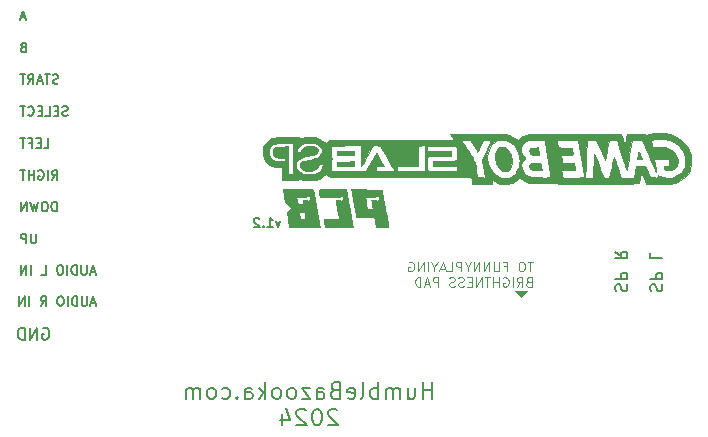
<source format=gbr>
%TF.GenerationSoftware,KiCad,Pcbnew,(6.0.11)*%
%TF.CreationDate,2024-08-10T22:15:18-04:00*%
%TF.ProjectId,gba_slab_sp_remix_button_pcb,6762615f-736c-4616-925f-73705f72656d,1.1*%
%TF.SameCoordinates,Original*%
%TF.FileFunction,Legend,Bot*%
%TF.FilePolarity,Positive*%
%FSLAX46Y46*%
G04 Gerber Fmt 4.6, Leading zero omitted, Abs format (unit mm)*
G04 Created by KiCad (PCBNEW (6.0.11)) date 2024-08-10 22:15:18*
%MOMM*%
%LPD*%
G01*
G04 APERTURE LIST*
%ADD10C,0.000000*%
%ADD11C,0.120000*%
%ADD12C,0.200000*%
%ADD13C,0.150000*%
%ADD14C,0.010000*%
G04 APERTURE END LIST*
D10*
G36*
X112035580Y-91443250D02*
G01*
X112060864Y-91443335D01*
X112031987Y-91447185D01*
X111484929Y-92046343D01*
X110877940Y-91439353D01*
X112018600Y-91443193D01*
X112039138Y-91439353D01*
X112035580Y-91443250D01*
G37*
D11*
X112425809Y-89017904D02*
X111968666Y-89017904D01*
X112197238Y-89817904D02*
X112197238Y-89017904D01*
X111549619Y-89017904D02*
X111397238Y-89017904D01*
X111321047Y-89056000D01*
X111244857Y-89132190D01*
X111206761Y-89284571D01*
X111206761Y-89551238D01*
X111244857Y-89703619D01*
X111321047Y-89779809D01*
X111397238Y-89817904D01*
X111549619Y-89817904D01*
X111625809Y-89779809D01*
X111702000Y-89703619D01*
X111740095Y-89551238D01*
X111740095Y-89284571D01*
X111702000Y-89132190D01*
X111625809Y-89056000D01*
X111549619Y-89017904D01*
X109987714Y-89398857D02*
X110254380Y-89398857D01*
X110254380Y-89817904D02*
X110254380Y-89017904D01*
X109873428Y-89017904D01*
X109568666Y-89017904D02*
X109568666Y-89665523D01*
X109530571Y-89741714D01*
X109492476Y-89779809D01*
X109416285Y-89817904D01*
X109263904Y-89817904D01*
X109187714Y-89779809D01*
X109149619Y-89741714D01*
X109111523Y-89665523D01*
X109111523Y-89017904D01*
X108730571Y-89817904D02*
X108730571Y-89017904D01*
X108273428Y-89817904D01*
X108273428Y-89017904D01*
X107892476Y-89817904D02*
X107892476Y-89017904D01*
X107435333Y-89817904D01*
X107435333Y-89017904D01*
X106902000Y-89436952D02*
X106902000Y-89817904D01*
X107168666Y-89017904D02*
X106902000Y-89436952D01*
X106635333Y-89017904D01*
X106368666Y-89817904D02*
X106368666Y-89017904D01*
X106063904Y-89017904D01*
X105987714Y-89056000D01*
X105949619Y-89094095D01*
X105911523Y-89170285D01*
X105911523Y-89284571D01*
X105949619Y-89360761D01*
X105987714Y-89398857D01*
X106063904Y-89436952D01*
X106368666Y-89436952D01*
X105187714Y-89817904D02*
X105568666Y-89817904D01*
X105568666Y-89017904D01*
X104959142Y-89589333D02*
X104578190Y-89589333D01*
X105035333Y-89817904D02*
X104768666Y-89017904D01*
X104502000Y-89817904D01*
X104082952Y-89436952D02*
X104082952Y-89817904D01*
X104349619Y-89017904D02*
X104082952Y-89436952D01*
X103816285Y-89017904D01*
X103549619Y-89817904D02*
X103549619Y-89017904D01*
X103168666Y-89817904D02*
X103168666Y-89017904D01*
X102711523Y-89817904D01*
X102711523Y-89017904D01*
X101911523Y-89056000D02*
X101987714Y-89017904D01*
X102102000Y-89017904D01*
X102216285Y-89056000D01*
X102292476Y-89132190D01*
X102330571Y-89208380D01*
X102368666Y-89360761D01*
X102368666Y-89475047D01*
X102330571Y-89627428D01*
X102292476Y-89703619D01*
X102216285Y-89779809D01*
X102102000Y-89817904D01*
X102025809Y-89817904D01*
X101911523Y-89779809D01*
X101873428Y-89741714D01*
X101873428Y-89475047D01*
X102025809Y-89475047D01*
X112044857Y-90686857D02*
X111930571Y-90724952D01*
X111892476Y-90763047D01*
X111854380Y-90839238D01*
X111854380Y-90953523D01*
X111892476Y-91029714D01*
X111930571Y-91067809D01*
X112006761Y-91105904D01*
X112311523Y-91105904D01*
X112311523Y-90305904D01*
X112044857Y-90305904D01*
X111968666Y-90344000D01*
X111930571Y-90382095D01*
X111892476Y-90458285D01*
X111892476Y-90534476D01*
X111930571Y-90610666D01*
X111968666Y-90648761D01*
X112044857Y-90686857D01*
X112311523Y-90686857D01*
X111054380Y-91105904D02*
X111321047Y-90724952D01*
X111511523Y-91105904D02*
X111511523Y-90305904D01*
X111206761Y-90305904D01*
X111130571Y-90344000D01*
X111092476Y-90382095D01*
X111054380Y-90458285D01*
X111054380Y-90572571D01*
X111092476Y-90648761D01*
X111130571Y-90686857D01*
X111206761Y-90724952D01*
X111511523Y-90724952D01*
X110711523Y-91105904D02*
X110711523Y-90305904D01*
X109911523Y-90344000D02*
X109987714Y-90305904D01*
X110102000Y-90305904D01*
X110216285Y-90344000D01*
X110292476Y-90420190D01*
X110330571Y-90496380D01*
X110368666Y-90648761D01*
X110368666Y-90763047D01*
X110330571Y-90915428D01*
X110292476Y-90991619D01*
X110216285Y-91067809D01*
X110102000Y-91105904D01*
X110025809Y-91105904D01*
X109911523Y-91067809D01*
X109873428Y-91029714D01*
X109873428Y-90763047D01*
X110025809Y-90763047D01*
X109530571Y-91105904D02*
X109530571Y-90305904D01*
X109530571Y-90686857D02*
X109073428Y-90686857D01*
X109073428Y-91105904D02*
X109073428Y-90305904D01*
X108806761Y-90305904D02*
X108349619Y-90305904D01*
X108578190Y-91105904D02*
X108578190Y-90305904D01*
X108082952Y-91105904D02*
X108082952Y-90305904D01*
X107625809Y-91105904D01*
X107625809Y-90305904D01*
X107244857Y-90686857D02*
X106978190Y-90686857D01*
X106863904Y-91105904D02*
X107244857Y-91105904D01*
X107244857Y-90305904D01*
X106863904Y-90305904D01*
X106559142Y-91067809D02*
X106444857Y-91105904D01*
X106254380Y-91105904D01*
X106178190Y-91067809D01*
X106140095Y-91029714D01*
X106102000Y-90953523D01*
X106102000Y-90877333D01*
X106140095Y-90801142D01*
X106178190Y-90763047D01*
X106254380Y-90724952D01*
X106406761Y-90686857D01*
X106482952Y-90648761D01*
X106521047Y-90610666D01*
X106559142Y-90534476D01*
X106559142Y-90458285D01*
X106521047Y-90382095D01*
X106482952Y-90344000D01*
X106406761Y-90305904D01*
X106216285Y-90305904D01*
X106102000Y-90344000D01*
X105797238Y-91067809D02*
X105682952Y-91105904D01*
X105492476Y-91105904D01*
X105416285Y-91067809D01*
X105378190Y-91029714D01*
X105340095Y-90953523D01*
X105340095Y-90877333D01*
X105378190Y-90801142D01*
X105416285Y-90763047D01*
X105492476Y-90724952D01*
X105644857Y-90686857D01*
X105721047Y-90648761D01*
X105759142Y-90610666D01*
X105797238Y-90534476D01*
X105797238Y-90458285D01*
X105759142Y-90382095D01*
X105721047Y-90344000D01*
X105644857Y-90305904D01*
X105454380Y-90305904D01*
X105340095Y-90344000D01*
X104387714Y-91105904D02*
X104387714Y-90305904D01*
X104082952Y-90305904D01*
X104006761Y-90344000D01*
X103968666Y-90382095D01*
X103930571Y-90458285D01*
X103930571Y-90572571D01*
X103968666Y-90648761D01*
X104006761Y-90686857D01*
X104082952Y-90724952D01*
X104387714Y-90724952D01*
X103625809Y-90877333D02*
X103244857Y-90877333D01*
X103702000Y-91105904D02*
X103435333Y-90305904D01*
X103168666Y-91105904D01*
X102902000Y-91105904D02*
X102902000Y-90305904D01*
X102711523Y-90305904D01*
X102597238Y-90344000D01*
X102521047Y-90420190D01*
X102482952Y-90496380D01*
X102444857Y-90648761D01*
X102444857Y-90763047D01*
X102482952Y-90915428D01*
X102521047Y-90991619D01*
X102597238Y-91067809D01*
X102711523Y-91105904D01*
X102902000Y-91105904D01*
D12*
X103905333Y-100598333D02*
X103905333Y-99198333D01*
X103905333Y-99865000D02*
X103105333Y-99865000D01*
X103105333Y-100598333D02*
X103105333Y-99198333D01*
X101838666Y-99665000D02*
X101838666Y-100598333D01*
X102438666Y-99665000D02*
X102438666Y-100398333D01*
X102372000Y-100531666D01*
X102238666Y-100598333D01*
X102038666Y-100598333D01*
X101905333Y-100531666D01*
X101838666Y-100465000D01*
X101172000Y-100598333D02*
X101172000Y-99665000D01*
X101172000Y-99798333D02*
X101105333Y-99731666D01*
X100972000Y-99665000D01*
X100772000Y-99665000D01*
X100638666Y-99731666D01*
X100572000Y-99865000D01*
X100572000Y-100598333D01*
X100572000Y-99865000D02*
X100505333Y-99731666D01*
X100372000Y-99665000D01*
X100172000Y-99665000D01*
X100038666Y-99731666D01*
X99972000Y-99865000D01*
X99972000Y-100598333D01*
X99305333Y-100598333D02*
X99305333Y-99198333D01*
X99305333Y-99731666D02*
X99172000Y-99665000D01*
X98905333Y-99665000D01*
X98772000Y-99731666D01*
X98705333Y-99798333D01*
X98638666Y-99931666D01*
X98638666Y-100331666D01*
X98705333Y-100465000D01*
X98772000Y-100531666D01*
X98905333Y-100598333D01*
X99172000Y-100598333D01*
X99305333Y-100531666D01*
X97838666Y-100598333D02*
X97972000Y-100531666D01*
X98038666Y-100398333D01*
X98038666Y-99198333D01*
X96772000Y-100531666D02*
X96905333Y-100598333D01*
X97172000Y-100598333D01*
X97305333Y-100531666D01*
X97372000Y-100398333D01*
X97372000Y-99865000D01*
X97305333Y-99731666D01*
X97172000Y-99665000D01*
X96905333Y-99665000D01*
X96772000Y-99731666D01*
X96705333Y-99865000D01*
X96705333Y-99998333D01*
X97372000Y-100131666D01*
X95638666Y-99865000D02*
X95438666Y-99931666D01*
X95372000Y-99998333D01*
X95305333Y-100131666D01*
X95305333Y-100331666D01*
X95372000Y-100465000D01*
X95438666Y-100531666D01*
X95572000Y-100598333D01*
X96105333Y-100598333D01*
X96105333Y-99198333D01*
X95638666Y-99198333D01*
X95505333Y-99265000D01*
X95438666Y-99331666D01*
X95372000Y-99465000D01*
X95372000Y-99598333D01*
X95438666Y-99731666D01*
X95505333Y-99798333D01*
X95638666Y-99865000D01*
X96105333Y-99865000D01*
X94105333Y-100598333D02*
X94105333Y-99865000D01*
X94172000Y-99731666D01*
X94305333Y-99665000D01*
X94572000Y-99665000D01*
X94705333Y-99731666D01*
X94105333Y-100531666D02*
X94238666Y-100598333D01*
X94572000Y-100598333D01*
X94705333Y-100531666D01*
X94772000Y-100398333D01*
X94772000Y-100265000D01*
X94705333Y-100131666D01*
X94572000Y-100065000D01*
X94238666Y-100065000D01*
X94105333Y-99998333D01*
X93572000Y-99665000D02*
X92838666Y-99665000D01*
X93572000Y-100598333D01*
X92838666Y-100598333D01*
X92105333Y-100598333D02*
X92238666Y-100531666D01*
X92305333Y-100465000D01*
X92372000Y-100331666D01*
X92372000Y-99931666D01*
X92305333Y-99798333D01*
X92238666Y-99731666D01*
X92105333Y-99665000D01*
X91905333Y-99665000D01*
X91772000Y-99731666D01*
X91705333Y-99798333D01*
X91638666Y-99931666D01*
X91638666Y-100331666D01*
X91705333Y-100465000D01*
X91772000Y-100531666D01*
X91905333Y-100598333D01*
X92105333Y-100598333D01*
X90838666Y-100598333D02*
X90972000Y-100531666D01*
X91038666Y-100465000D01*
X91105333Y-100331666D01*
X91105333Y-99931666D01*
X91038666Y-99798333D01*
X90972000Y-99731666D01*
X90838666Y-99665000D01*
X90638666Y-99665000D01*
X90505333Y-99731666D01*
X90438666Y-99798333D01*
X90372000Y-99931666D01*
X90372000Y-100331666D01*
X90438666Y-100465000D01*
X90505333Y-100531666D01*
X90638666Y-100598333D01*
X90838666Y-100598333D01*
X89772000Y-100598333D02*
X89772000Y-99198333D01*
X89638666Y-100065000D02*
X89238666Y-100598333D01*
X89238666Y-99665000D02*
X89772000Y-100198333D01*
X88038666Y-100598333D02*
X88038666Y-99865000D01*
X88105333Y-99731666D01*
X88238666Y-99665000D01*
X88505333Y-99665000D01*
X88638666Y-99731666D01*
X88038666Y-100531666D02*
X88172000Y-100598333D01*
X88505333Y-100598333D01*
X88638666Y-100531666D01*
X88705333Y-100398333D01*
X88705333Y-100265000D01*
X88638666Y-100131666D01*
X88505333Y-100065000D01*
X88172000Y-100065000D01*
X88038666Y-99998333D01*
X87372000Y-100465000D02*
X87305333Y-100531666D01*
X87372000Y-100598333D01*
X87438666Y-100531666D01*
X87372000Y-100465000D01*
X87372000Y-100598333D01*
X86105333Y-100531666D02*
X86238666Y-100598333D01*
X86505333Y-100598333D01*
X86638666Y-100531666D01*
X86705333Y-100465000D01*
X86772000Y-100331666D01*
X86772000Y-99931666D01*
X86705333Y-99798333D01*
X86638666Y-99731666D01*
X86505333Y-99665000D01*
X86238666Y-99665000D01*
X86105333Y-99731666D01*
X85305333Y-100598333D02*
X85438666Y-100531666D01*
X85505333Y-100465000D01*
X85572000Y-100331666D01*
X85572000Y-99931666D01*
X85505333Y-99798333D01*
X85438666Y-99731666D01*
X85305333Y-99665000D01*
X85105333Y-99665000D01*
X84972000Y-99731666D01*
X84905333Y-99798333D01*
X84838666Y-99931666D01*
X84838666Y-100331666D01*
X84905333Y-100465000D01*
X84972000Y-100531666D01*
X85105333Y-100598333D01*
X85305333Y-100598333D01*
X84238666Y-100598333D02*
X84238666Y-99665000D01*
X84238666Y-99798333D02*
X84172000Y-99731666D01*
X84038666Y-99665000D01*
X83838666Y-99665000D01*
X83705333Y-99731666D01*
X83638666Y-99865000D01*
X83638666Y-100598333D01*
X83638666Y-99865000D02*
X83572000Y-99731666D01*
X83438666Y-99665000D01*
X83238666Y-99665000D01*
X83105333Y-99731666D01*
X83038666Y-99865000D01*
X83038666Y-100598333D01*
X95872000Y-101585666D02*
X95805333Y-101519000D01*
X95672000Y-101452333D01*
X95338666Y-101452333D01*
X95205333Y-101519000D01*
X95138666Y-101585666D01*
X95072000Y-101719000D01*
X95072000Y-101852333D01*
X95138666Y-102052333D01*
X95938666Y-102852333D01*
X95072000Y-102852333D01*
X94205333Y-101452333D02*
X94072000Y-101452333D01*
X93938666Y-101519000D01*
X93872000Y-101585666D01*
X93805333Y-101719000D01*
X93738666Y-101985666D01*
X93738666Y-102319000D01*
X93805333Y-102585666D01*
X93872000Y-102719000D01*
X93938666Y-102785666D01*
X94072000Y-102852333D01*
X94205333Y-102852333D01*
X94338666Y-102785666D01*
X94405333Y-102719000D01*
X94472000Y-102585666D01*
X94538666Y-102319000D01*
X94538666Y-101985666D01*
X94472000Y-101719000D01*
X94405333Y-101585666D01*
X94338666Y-101519000D01*
X94205333Y-101452333D01*
X93205333Y-101585666D02*
X93138666Y-101519000D01*
X93005333Y-101452333D01*
X92672000Y-101452333D01*
X92538666Y-101519000D01*
X92472000Y-101585666D01*
X92405333Y-101719000D01*
X92405333Y-101852333D01*
X92472000Y-102052333D01*
X93272000Y-102852333D01*
X92405333Y-102852333D01*
X91205333Y-101919000D02*
X91205333Y-102852333D01*
X91538666Y-101385666D02*
X91872000Y-102385666D01*
X91005333Y-102385666D01*
D13*
X91042857Y-85528571D02*
X90852380Y-86061904D01*
X90661904Y-85528571D01*
X89938095Y-86061904D02*
X90395238Y-86061904D01*
X90166666Y-86061904D02*
X90166666Y-85261904D01*
X90242857Y-85376190D01*
X90319047Y-85452380D01*
X90395238Y-85490476D01*
X89595238Y-85985714D02*
X89557142Y-86023809D01*
X89595238Y-86061904D01*
X89633333Y-86023809D01*
X89595238Y-85985714D01*
X89595238Y-86061904D01*
X89252380Y-85338095D02*
X89214285Y-85300000D01*
X89138095Y-85261904D01*
X88947619Y-85261904D01*
X88871428Y-85300000D01*
X88833333Y-85338095D01*
X88795238Y-85414285D01*
X88795238Y-85490476D01*
X88833333Y-85604761D01*
X89290476Y-86061904D01*
X88795238Y-86061904D01*
%TO.C,TP1*%
X70365809Y-86625332D02*
X70365809Y-87272951D01*
X70327714Y-87349142D01*
X70289618Y-87387237D01*
X70213428Y-87425332D01*
X70061047Y-87425332D01*
X69984857Y-87387237D01*
X69946761Y-87349142D01*
X69908666Y-87272951D01*
X69908666Y-86625332D01*
X69527714Y-87425332D02*
X69527714Y-86625332D01*
X69222952Y-86625332D01*
X69146761Y-86663428D01*
X69108666Y-86701523D01*
X69070571Y-86777713D01*
X69070571Y-86891999D01*
X69108666Y-86968189D01*
X69146761Y-87006285D01*
X69222952Y-87044380D01*
X69527714Y-87044380D01*
%TO.C,TP2*%
X71699142Y-82045332D02*
X71965809Y-81664380D01*
X72156285Y-82045332D02*
X72156285Y-81245332D01*
X71851523Y-81245332D01*
X71775333Y-81283428D01*
X71737237Y-81321523D01*
X71699142Y-81397713D01*
X71699142Y-81511999D01*
X71737237Y-81588189D01*
X71775333Y-81626285D01*
X71851523Y-81664380D01*
X72156285Y-81664380D01*
X71356285Y-82045332D02*
X71356285Y-81245332D01*
X70556285Y-81283428D02*
X70632476Y-81245332D01*
X70746761Y-81245332D01*
X70861047Y-81283428D01*
X70937237Y-81359618D01*
X70975333Y-81435808D01*
X71013428Y-81588189D01*
X71013428Y-81702475D01*
X70975333Y-81854856D01*
X70937237Y-81931047D01*
X70861047Y-82007237D01*
X70746761Y-82045332D01*
X70670571Y-82045332D01*
X70556285Y-82007237D01*
X70518190Y-81969142D01*
X70518190Y-81702475D01*
X70670571Y-81702475D01*
X70175333Y-82045332D02*
X70175333Y-81245332D01*
X70175333Y-81626285D02*
X69718190Y-81626285D01*
X69718190Y-82045332D02*
X69718190Y-81245332D01*
X69451523Y-81245332D02*
X68994380Y-81245332D01*
X69222952Y-82045332D02*
X69222952Y-81245332D01*
%TO.C,TP3*%
X72118190Y-84715332D02*
X72118190Y-83915332D01*
X71927714Y-83915332D01*
X71813429Y-83953428D01*
X71737238Y-84029618D01*
X71699143Y-84105808D01*
X71661048Y-84258189D01*
X71661048Y-84372475D01*
X71699143Y-84524856D01*
X71737238Y-84601047D01*
X71813429Y-84677237D01*
X71927714Y-84715332D01*
X72118190Y-84715332D01*
X71165809Y-83915332D02*
X71013429Y-83915332D01*
X70937238Y-83953428D01*
X70861048Y-84029618D01*
X70822952Y-84181999D01*
X70822952Y-84448666D01*
X70861048Y-84601047D01*
X70937238Y-84677237D01*
X71013429Y-84715332D01*
X71165809Y-84715332D01*
X71242000Y-84677237D01*
X71318190Y-84601047D01*
X71356286Y-84448666D01*
X71356286Y-84181999D01*
X71318190Y-84029618D01*
X71242000Y-83953428D01*
X71165809Y-83915332D01*
X70556286Y-83915332D02*
X70365809Y-84715332D01*
X70213429Y-84143904D01*
X70061048Y-84715332D01*
X69870571Y-83915332D01*
X69565809Y-84715332D02*
X69565809Y-83915332D01*
X69108667Y-84715332D01*
X69108667Y-83915332D01*
%TO.C,TP4*%
X71013428Y-79335332D02*
X71394381Y-79335332D01*
X71394381Y-78535332D01*
X70746762Y-78916285D02*
X70480095Y-78916285D01*
X70365809Y-79335332D02*
X70746762Y-79335332D01*
X70746762Y-78535332D01*
X70365809Y-78535332D01*
X69756285Y-78916285D02*
X70022952Y-78916285D01*
X70022952Y-79335332D02*
X70022952Y-78535332D01*
X69642000Y-78535332D01*
X69451524Y-78535332D02*
X68994381Y-78535332D01*
X69222952Y-79335332D02*
X69222952Y-78535332D01*
%TO.C,TP5*%
X69261048Y-70826285D02*
X69146762Y-70864380D01*
X69108667Y-70902475D01*
X69070571Y-70978666D01*
X69070571Y-71092951D01*
X69108667Y-71169142D01*
X69146762Y-71207237D01*
X69222952Y-71245332D01*
X69527714Y-71245332D01*
X69527714Y-70445332D01*
X69261048Y-70445332D01*
X69184857Y-70483428D01*
X69146762Y-70521523D01*
X69108667Y-70597713D01*
X69108667Y-70673904D01*
X69146762Y-70750094D01*
X69184857Y-70788189D01*
X69261048Y-70826285D01*
X69527714Y-70826285D01*
%TO.C,TP6*%
X69451524Y-68306761D02*
X69070571Y-68306761D01*
X69527714Y-68535332D02*
X69261048Y-67735332D01*
X68994381Y-68535332D01*
%TO.C,TP7*%
X73032476Y-76597237D02*
X72918190Y-76635332D01*
X72727714Y-76635332D01*
X72651524Y-76597237D01*
X72613428Y-76559142D01*
X72575333Y-76482951D01*
X72575333Y-76406761D01*
X72613428Y-76330570D01*
X72651524Y-76292475D01*
X72727714Y-76254380D01*
X72880095Y-76216285D01*
X72956285Y-76178189D01*
X72994381Y-76140094D01*
X73032476Y-76063904D01*
X73032476Y-75987713D01*
X72994381Y-75911523D01*
X72956285Y-75873428D01*
X72880095Y-75835332D01*
X72689619Y-75835332D01*
X72575333Y-75873428D01*
X72232476Y-76216285D02*
X71965809Y-76216285D01*
X71851524Y-76635332D02*
X72232476Y-76635332D01*
X72232476Y-75835332D01*
X71851524Y-75835332D01*
X71127714Y-76635332D02*
X71508666Y-76635332D01*
X71508666Y-75835332D01*
X70861047Y-76216285D02*
X70594381Y-76216285D01*
X70480095Y-76635332D02*
X70861047Y-76635332D01*
X70861047Y-75835332D01*
X70480095Y-75835332D01*
X69680095Y-76559142D02*
X69718190Y-76597237D01*
X69832476Y-76635332D01*
X69908666Y-76635332D01*
X70022952Y-76597237D01*
X70099143Y-76521047D01*
X70137238Y-76444856D01*
X70175333Y-76292475D01*
X70175333Y-76178189D01*
X70137238Y-76025808D01*
X70099143Y-75949618D01*
X70022952Y-75873428D01*
X69908666Y-75835332D01*
X69832476Y-75835332D01*
X69718190Y-75873428D01*
X69680095Y-75911523D01*
X69451524Y-75835332D02*
X68994381Y-75835332D01*
X69222952Y-76635332D02*
X69222952Y-75835332D01*
%TO.C,TP8*%
X72232476Y-73897237D02*
X72118190Y-73935332D01*
X71927714Y-73935332D01*
X71851524Y-73897237D01*
X71813428Y-73859142D01*
X71775333Y-73782951D01*
X71775333Y-73706761D01*
X71813428Y-73630570D01*
X71851524Y-73592475D01*
X71927714Y-73554380D01*
X72080095Y-73516285D01*
X72156285Y-73478189D01*
X72194381Y-73440094D01*
X72232476Y-73363904D01*
X72232476Y-73287713D01*
X72194381Y-73211523D01*
X72156285Y-73173428D01*
X72080095Y-73135332D01*
X71889619Y-73135332D01*
X71775333Y-73173428D01*
X71546762Y-73135332D02*
X71089619Y-73135332D01*
X71318190Y-73935332D02*
X71318190Y-73135332D01*
X70861047Y-73706761D02*
X70480095Y-73706761D01*
X70937238Y-73935332D02*
X70670571Y-73135332D01*
X70403904Y-73935332D01*
X69680095Y-73935332D02*
X69946762Y-73554380D01*
X70137238Y-73935332D02*
X70137238Y-73135332D01*
X69832476Y-73135332D01*
X69756285Y-73173428D01*
X69718190Y-73211523D01*
X69680095Y-73287713D01*
X69680095Y-73401999D01*
X69718190Y-73478189D01*
X69756285Y-73516285D01*
X69832476Y-73554380D01*
X70137238Y-73554380D01*
X69451524Y-73135332D02*
X68994381Y-73135332D01*
X69222952Y-73935332D02*
X69222952Y-73135332D01*
%TO.C,TP9*%
X119445238Y-91482023D02*
X119397619Y-91339166D01*
X119397619Y-91101071D01*
X119445238Y-91005833D01*
X119492857Y-90958214D01*
X119588095Y-90910595D01*
X119683333Y-90910595D01*
X119778571Y-90958214D01*
X119826190Y-91005833D01*
X119873809Y-91101071D01*
X119921428Y-91291547D01*
X119969047Y-91386785D01*
X120016666Y-91434404D01*
X120111904Y-91482023D01*
X120207142Y-91482023D01*
X120302380Y-91434404D01*
X120350000Y-91386785D01*
X120397619Y-91291547D01*
X120397619Y-91053452D01*
X120350000Y-90910595D01*
X119397619Y-90482023D02*
X120397619Y-90482023D01*
X120397619Y-90101071D01*
X120350000Y-90005833D01*
X120302380Y-89958214D01*
X120207142Y-89910595D01*
X120064285Y-89910595D01*
X119969047Y-89958214D01*
X119921428Y-90005833D01*
X119873809Y-90101071D01*
X119873809Y-90482023D01*
X119397619Y-88148690D02*
X119873809Y-88482023D01*
X119397619Y-88720119D02*
X120397619Y-88720119D01*
X120397619Y-88339166D01*
X120350000Y-88243928D01*
X120302380Y-88196309D01*
X120207142Y-88148690D01*
X120064285Y-88148690D01*
X119969047Y-88196309D01*
X119921428Y-88243928D01*
X119873809Y-88339166D01*
X119873809Y-88720119D01*
%TO.C,TP10*%
X122415238Y-91482023D02*
X122367619Y-91339166D01*
X122367619Y-91101071D01*
X122415238Y-91005833D01*
X122462857Y-90958214D01*
X122558095Y-90910595D01*
X122653333Y-90910595D01*
X122748571Y-90958214D01*
X122796190Y-91005833D01*
X122843809Y-91101071D01*
X122891428Y-91291547D01*
X122939047Y-91386785D01*
X122986666Y-91434404D01*
X123081904Y-91482023D01*
X123177142Y-91482023D01*
X123272380Y-91434404D01*
X123320000Y-91386785D01*
X123367619Y-91291547D01*
X123367619Y-91053452D01*
X123320000Y-90910595D01*
X122367619Y-90482023D02*
X123367619Y-90482023D01*
X123367619Y-90101071D01*
X123320000Y-90005833D01*
X123272380Y-89958214D01*
X123177142Y-89910595D01*
X123034285Y-89910595D01*
X122939047Y-89958214D01*
X122891428Y-90005833D01*
X122843809Y-90101071D01*
X122843809Y-90482023D01*
X122367619Y-88243928D02*
X122367619Y-88720119D01*
X123367619Y-88720119D01*
%TO.C,TP11*%
X70901904Y-94630000D02*
X70997142Y-94582380D01*
X71140000Y-94582380D01*
X71282857Y-94630000D01*
X71378095Y-94725238D01*
X71425714Y-94820476D01*
X71473333Y-95010952D01*
X71473333Y-95153809D01*
X71425714Y-95344285D01*
X71378095Y-95439523D01*
X71282857Y-95534761D01*
X71140000Y-95582380D01*
X71044761Y-95582380D01*
X70901904Y-95534761D01*
X70854285Y-95487142D01*
X70854285Y-95153809D01*
X71044761Y-95153809D01*
X70425714Y-95582380D02*
X70425714Y-94582380D01*
X69854285Y-95582380D01*
X69854285Y-94582380D01*
X69378095Y-95582380D02*
X69378095Y-94582380D01*
X69140000Y-94582380D01*
X68997142Y-94630000D01*
X68901904Y-94725238D01*
X68854285Y-94820476D01*
X68806666Y-95010952D01*
X68806666Y-95153809D01*
X68854285Y-95344285D01*
X68901904Y-95439523D01*
X68997142Y-95534761D01*
X69140000Y-95582380D01*
X69378095Y-95582380D01*
%TO.C,TP12*%
X75390095Y-92498761D02*
X75009142Y-92498761D01*
X75466285Y-92727332D02*
X75199619Y-91927332D01*
X74932952Y-92727332D01*
X74666285Y-91927332D02*
X74666285Y-92574951D01*
X74628190Y-92651142D01*
X74590095Y-92689237D01*
X74513904Y-92727332D01*
X74361523Y-92727332D01*
X74285333Y-92689237D01*
X74247238Y-92651142D01*
X74209142Y-92574951D01*
X74209142Y-91927332D01*
X73828190Y-92727332D02*
X73828190Y-91927332D01*
X73637714Y-91927332D01*
X73523428Y-91965428D01*
X73447238Y-92041618D01*
X73409142Y-92117808D01*
X73371047Y-92270189D01*
X73371047Y-92384475D01*
X73409142Y-92536856D01*
X73447238Y-92613047D01*
X73523428Y-92689237D01*
X73637714Y-92727332D01*
X73828190Y-92727332D01*
X73028190Y-92727332D02*
X73028190Y-91927332D01*
X72494857Y-91927332D02*
X72342476Y-91927332D01*
X72266285Y-91965428D01*
X72190095Y-92041618D01*
X72152000Y-92193999D01*
X72152000Y-92460666D01*
X72190095Y-92613047D01*
X72266285Y-92689237D01*
X72342476Y-92727332D01*
X72494857Y-92727332D01*
X72571047Y-92689237D01*
X72647238Y-92613047D01*
X72685333Y-92460666D01*
X72685333Y-92193999D01*
X72647238Y-92041618D01*
X72571047Y-91965428D01*
X72494857Y-91927332D01*
X70742476Y-92727332D02*
X71009142Y-92346380D01*
X71199619Y-92727332D02*
X71199619Y-91927332D01*
X70894857Y-91927332D01*
X70818666Y-91965428D01*
X70780571Y-92003523D01*
X70742476Y-92079713D01*
X70742476Y-92193999D01*
X70780571Y-92270189D01*
X70818666Y-92308285D01*
X70894857Y-92346380D01*
X71199619Y-92346380D01*
X69790095Y-92727332D02*
X69790095Y-91927332D01*
X69409142Y-92727332D02*
X69409142Y-91927332D01*
X68952000Y-92727332D01*
X68952000Y-91927332D01*
%TO.C,TP13*%
X75373904Y-89852761D02*
X74992952Y-89852761D01*
X75450095Y-90081332D02*
X75183428Y-89281332D01*
X74916761Y-90081332D01*
X74650095Y-89281332D02*
X74650095Y-89928951D01*
X74612000Y-90005142D01*
X74573904Y-90043237D01*
X74497714Y-90081332D01*
X74345333Y-90081332D01*
X74269142Y-90043237D01*
X74231047Y-90005142D01*
X74192952Y-89928951D01*
X74192952Y-89281332D01*
X73812000Y-90081332D02*
X73812000Y-89281332D01*
X73621523Y-89281332D01*
X73507238Y-89319428D01*
X73431047Y-89395618D01*
X73392952Y-89471808D01*
X73354857Y-89624189D01*
X73354857Y-89738475D01*
X73392952Y-89890856D01*
X73431047Y-89967047D01*
X73507238Y-90043237D01*
X73621523Y-90081332D01*
X73812000Y-90081332D01*
X73012000Y-90081332D02*
X73012000Y-89281332D01*
X72478666Y-89281332D02*
X72326285Y-89281332D01*
X72250095Y-89319428D01*
X72173904Y-89395618D01*
X72135809Y-89547999D01*
X72135809Y-89814666D01*
X72173904Y-89967047D01*
X72250095Y-90043237D01*
X72326285Y-90081332D01*
X72478666Y-90081332D01*
X72554857Y-90043237D01*
X72631047Y-89967047D01*
X72669142Y-89814666D01*
X72669142Y-89547999D01*
X72631047Y-89395618D01*
X72554857Y-89319428D01*
X72478666Y-89281332D01*
X70802476Y-90081332D02*
X71183428Y-90081332D01*
X71183428Y-89281332D01*
X69926285Y-90081332D02*
X69926285Y-89281332D01*
X69545333Y-90081332D02*
X69545333Y-89281332D01*
X69088190Y-90081332D01*
X69088190Y-89281332D01*
%TO.C,G\u002A\u002A\u002A*%
G36*
X94317776Y-85758979D02*
G01*
X94341130Y-85898380D01*
X94355868Y-85989755D01*
X94361000Y-86027347D01*
X94358689Y-86034234D01*
X94342657Y-86043971D01*
X94306977Y-86051902D01*
X94246546Y-86058204D01*
X94156259Y-86063052D01*
X94031015Y-86066624D01*
X93865709Y-86069095D01*
X93655237Y-86070641D01*
X93394498Y-86071440D01*
X93078387Y-86071667D01*
X91795774Y-86071667D01*
X91765998Y-85928036D01*
X91758322Y-85889255D01*
X91738362Y-85782208D01*
X91712295Y-85637522D01*
X91682632Y-85469210D01*
X91651884Y-85291287D01*
X91574012Y-84835976D01*
X92617358Y-84835976D01*
X92622794Y-84869702D01*
X92623672Y-84873356D01*
X92637439Y-84940535D01*
X92656545Y-85044561D01*
X92677133Y-85164524D01*
X92714716Y-85391310D01*
X93203632Y-85408740D01*
X93163239Y-85173239D01*
X93143656Y-85056447D01*
X93122444Y-84939055D01*
X93100740Y-84864288D01*
X93070490Y-84822656D01*
X93023643Y-84804668D01*
X92952145Y-84800835D01*
X92847943Y-84801667D01*
X92750418Y-84802074D01*
X92669725Y-84805621D01*
X92629187Y-84815768D01*
X92617358Y-84835976D01*
X91574012Y-84835976D01*
X91567546Y-84798169D01*
X91926834Y-84473785D01*
X91670195Y-84214108D01*
X91413555Y-83954431D01*
X91341548Y-83537487D01*
X92395524Y-83537487D01*
X92396963Y-83554093D01*
X92406786Y-83623217D01*
X92423868Y-83728597D01*
X92445795Y-83854987D01*
X92496065Y-84136429D01*
X92976915Y-84136429D01*
X92956640Y-83992798D01*
X92950248Y-83949846D01*
X92934351Y-83857326D01*
X92920931Y-83796250D01*
X92918140Y-83784525D01*
X92925270Y-83758291D01*
X92967030Y-83746235D01*
X93056274Y-83743333D01*
X93087017Y-83744199D01*
X93204325Y-83761287D01*
X93296446Y-83794639D01*
X93359744Y-83826408D01*
X93406231Y-83826899D01*
X93464726Y-83794256D01*
X93523763Y-83738021D01*
X93563149Y-83664723D01*
X93567181Y-83613569D01*
X93540446Y-83532683D01*
X93483854Y-83466261D01*
X93411282Y-83424380D01*
X93336604Y-83417115D01*
X93273698Y-83454543D01*
X93272611Y-83455817D01*
X93245010Y-83474827D01*
X93194963Y-83487922D01*
X93112971Y-83496073D01*
X92989534Y-83500252D01*
X92815155Y-83501429D01*
X92746451Y-83501617D01*
X92584683Y-83504451D01*
X92475934Y-83511060D01*
X92414711Y-83521914D01*
X92395524Y-83537487D01*
X91341548Y-83537487D01*
X91319605Y-83410430D01*
X91225654Y-82866429D01*
X92521185Y-82866429D01*
X92688618Y-82866588D01*
X92950800Y-82867513D01*
X93189616Y-82869182D01*
X93398879Y-82871503D01*
X93572405Y-82874387D01*
X93704009Y-82877742D01*
X93787508Y-82881477D01*
X93816715Y-82885500D01*
X93817328Y-82890250D01*
X93825833Y-82941963D01*
X93843574Y-83045656D01*
X93869567Y-83195694D01*
X93902828Y-83386441D01*
X93942371Y-83612261D01*
X93942601Y-83613569D01*
X93987213Y-83867518D01*
X94036370Y-84146576D01*
X94088857Y-84443800D01*
X94106402Y-84543120D01*
X94157992Y-84836280D01*
X94205914Y-85110204D01*
X94249179Y-85359134D01*
X94257732Y-85408740D01*
X94286796Y-85577311D01*
X94317776Y-85758979D01*
G37*
D14*
X94317776Y-85758979D02*
X94341130Y-85898380D01*
X94355868Y-85989755D01*
X94361000Y-86027347D01*
X94358689Y-86034234D01*
X94342657Y-86043971D01*
X94306977Y-86051902D01*
X94246546Y-86058204D01*
X94156259Y-86063052D01*
X94031015Y-86066624D01*
X93865709Y-86069095D01*
X93655237Y-86070641D01*
X93394498Y-86071440D01*
X93078387Y-86071667D01*
X91795774Y-86071667D01*
X91765998Y-85928036D01*
X91758322Y-85889255D01*
X91738362Y-85782208D01*
X91712295Y-85637522D01*
X91682632Y-85469210D01*
X91651884Y-85291287D01*
X91574012Y-84835976D01*
X92617358Y-84835976D01*
X92622794Y-84869702D01*
X92623672Y-84873356D01*
X92637439Y-84940535D01*
X92656545Y-85044561D01*
X92677133Y-85164524D01*
X92714716Y-85391310D01*
X93203632Y-85408740D01*
X93163239Y-85173239D01*
X93143656Y-85056447D01*
X93122444Y-84939055D01*
X93100740Y-84864288D01*
X93070490Y-84822656D01*
X93023643Y-84804668D01*
X92952145Y-84800835D01*
X92847943Y-84801667D01*
X92750418Y-84802074D01*
X92669725Y-84805621D01*
X92629187Y-84815768D01*
X92617358Y-84835976D01*
X91574012Y-84835976D01*
X91567546Y-84798169D01*
X91926834Y-84473785D01*
X91670195Y-84214108D01*
X91413555Y-83954431D01*
X91341548Y-83537487D01*
X92395524Y-83537487D01*
X92396963Y-83554093D01*
X92406786Y-83623217D01*
X92423868Y-83728597D01*
X92445795Y-83854987D01*
X92496065Y-84136429D01*
X92976915Y-84136429D01*
X92956640Y-83992798D01*
X92950248Y-83949846D01*
X92934351Y-83857326D01*
X92920931Y-83796250D01*
X92918140Y-83784525D01*
X92925270Y-83758291D01*
X92967030Y-83746235D01*
X93056274Y-83743333D01*
X93087017Y-83744199D01*
X93204325Y-83761287D01*
X93296446Y-83794639D01*
X93359744Y-83826408D01*
X93406231Y-83826899D01*
X93464726Y-83794256D01*
X93523763Y-83738021D01*
X93563149Y-83664723D01*
X93567181Y-83613569D01*
X93540446Y-83532683D01*
X93483854Y-83466261D01*
X93411282Y-83424380D01*
X93336604Y-83417115D01*
X93273698Y-83454543D01*
X93272611Y-83455817D01*
X93245010Y-83474827D01*
X93194963Y-83487922D01*
X93112971Y-83496073D01*
X92989534Y-83500252D01*
X92815155Y-83501429D01*
X92746451Y-83501617D01*
X92584683Y-83504451D01*
X92475934Y-83511060D01*
X92414711Y-83521914D01*
X92395524Y-83537487D01*
X91341548Y-83537487D01*
X91319605Y-83410430D01*
X91225654Y-82866429D01*
X92521185Y-82866429D01*
X92688618Y-82866588D01*
X92950800Y-82867513D01*
X93189616Y-82869182D01*
X93398879Y-82871503D01*
X93572405Y-82874387D01*
X93704009Y-82877742D01*
X93787508Y-82881477D01*
X93816715Y-82885500D01*
X93817328Y-82890250D01*
X93825833Y-82941963D01*
X93843574Y-83045656D01*
X93869567Y-83195694D01*
X93902828Y-83386441D01*
X93942371Y-83612261D01*
X93942601Y-83613569D01*
X93987213Y-83867518D01*
X94036370Y-84146576D01*
X94088857Y-84443800D01*
X94106402Y-84543120D01*
X94157992Y-84836280D01*
X94205914Y-85110204D01*
X94249179Y-85359134D01*
X94257732Y-85408740D01*
X94286796Y-85577311D01*
X94317776Y-85758979D01*
G36*
X97263857Y-79964666D02*
G01*
X96545703Y-79956559D01*
X95827548Y-79948452D01*
X95818141Y-79817706D01*
X95814508Y-79761129D01*
X95816220Y-79707591D01*
X95830935Y-79667525D01*
X95865436Y-79638978D01*
X95926505Y-79619998D01*
X96020922Y-79608634D01*
X96155469Y-79602933D01*
X96336930Y-79600944D01*
X96572084Y-79600714D01*
X97263857Y-79600714D01*
X97263857Y-79964666D01*
G37*
X97263857Y-79964666D02*
X96545703Y-79956559D01*
X95827548Y-79948452D01*
X95818141Y-79817706D01*
X95814508Y-79761129D01*
X95816220Y-79707591D01*
X95830935Y-79667525D01*
X95865436Y-79638978D01*
X95926505Y-79619998D01*
X96020922Y-79608634D01*
X96155469Y-79602933D01*
X96336930Y-79600944D01*
X96572084Y-79600714D01*
X97263857Y-79600714D01*
X97263857Y-79964666D01*
G36*
X113096016Y-80780000D02*
G01*
X113106897Y-80837347D01*
X113130259Y-80971799D01*
X113148354Y-81089941D01*
X113167939Y-81233572D01*
X112773920Y-81233572D01*
X112607995Y-81231590D01*
X112451903Y-81222212D01*
X112338428Y-81202514D01*
X112257863Y-81169660D01*
X112200499Y-81120812D01*
X112156631Y-81053133D01*
X112115989Y-80935149D01*
X112128264Y-80822513D01*
X112198929Y-80712441D01*
X112287095Y-80613691D01*
X113063262Y-80613691D01*
X113096016Y-80780000D01*
G37*
X113096016Y-80780000D02*
X113106897Y-80837347D01*
X113130259Y-80971799D01*
X113148354Y-81089941D01*
X113167939Y-81233572D01*
X112773920Y-81233572D01*
X112607995Y-81231590D01*
X112451903Y-81222212D01*
X112338428Y-81202514D01*
X112257863Y-81169660D01*
X112200499Y-81120812D01*
X112156631Y-81053133D01*
X112115989Y-80935149D01*
X112128264Y-80822513D01*
X112198929Y-80712441D01*
X112287095Y-80613691D01*
X113063262Y-80613691D01*
X113096016Y-80780000D01*
G36*
X99940222Y-84615567D02*
G01*
X99992127Y-84908914D01*
X100040282Y-85181169D01*
X100083716Y-85426838D01*
X100121460Y-85640427D01*
X100152543Y-85816443D01*
X100175993Y-85949391D01*
X100190840Y-86033777D01*
X100196114Y-86064107D01*
X100175555Y-86066207D01*
X100103478Y-86068387D01*
X99988825Y-86070116D01*
X99841278Y-86071256D01*
X99670518Y-86071667D01*
X99144084Y-86071667D01*
X99107458Y-85852441D01*
X99087377Y-85734183D01*
X99059684Y-85575090D01*
X99034924Y-85436667D01*
X98999016Y-85240119D01*
X98237716Y-85232041D01*
X98073731Y-85230268D01*
X97876800Y-85227716D01*
X97728446Y-85224639D01*
X97621571Y-85220345D01*
X97549072Y-85214144D01*
X97503848Y-85205344D01*
X97478800Y-85193256D01*
X97466824Y-85177186D01*
X97460822Y-85156446D01*
X97454275Y-85123302D01*
X97437905Y-85034716D01*
X97413521Y-84899949D01*
X97382435Y-84726333D01*
X97345958Y-84521200D01*
X97305403Y-84291883D01*
X97262081Y-84045714D01*
X97226121Y-83841401D01*
X97184905Y-83608537D01*
X97172554Y-83539226D01*
X98230736Y-83539226D01*
X98232834Y-83561387D01*
X98243446Y-83636926D01*
X98261508Y-83753844D01*
X98285327Y-83901285D01*
X98313212Y-84068393D01*
X98396428Y-84559762D01*
X98631452Y-84559762D01*
X98648777Y-84559806D01*
X98743233Y-84560283D01*
X98807745Y-84554654D01*
X98845880Y-84533961D01*
X98861206Y-84489240D01*
X98857289Y-84411532D01*
X98837699Y-84291875D01*
X98806000Y-84121310D01*
X98785361Y-84007498D01*
X98764731Y-83890079D01*
X98750701Y-83805770D01*
X98745524Y-83767739D01*
X98753726Y-83756158D01*
X98804458Y-83744071D01*
X98885616Y-83742943D01*
X98978615Y-83751541D01*
X99064872Y-83768631D01*
X99125803Y-83792980D01*
X99149444Y-83806127D01*
X99240400Y-83819804D01*
X99322805Y-83781941D01*
X99380283Y-83698610D01*
X99392884Y-83609853D01*
X99368125Y-83524460D01*
X99315932Y-83456248D01*
X99247667Y-83415355D01*
X99174696Y-83411917D01*
X99108381Y-83456072D01*
X99083496Y-83473879D01*
X99033818Y-83487302D01*
X98951334Y-83495759D01*
X98826834Y-83500164D01*
X98651107Y-83501429D01*
X98542488Y-83501889D01*
X98396353Y-83505155D01*
X98300135Y-83512066D01*
X98247155Y-83523223D01*
X98230736Y-83539226D01*
X97172554Y-83539226D01*
X97147487Y-83398548D01*
X97115188Y-83218773D01*
X97089328Y-83076552D01*
X97071226Y-82979227D01*
X97062202Y-82934137D01*
X97045470Y-82865774D01*
X99633306Y-82881548D01*
X99762215Y-83609853D01*
X99914291Y-84469048D01*
X99940222Y-84615567D01*
G37*
X99940222Y-84615567D02*
X99992127Y-84908914D01*
X100040282Y-85181169D01*
X100083716Y-85426838D01*
X100121460Y-85640427D01*
X100152543Y-85816443D01*
X100175993Y-85949391D01*
X100190840Y-86033777D01*
X100196114Y-86064107D01*
X100175555Y-86066207D01*
X100103478Y-86068387D01*
X99988825Y-86070116D01*
X99841278Y-86071256D01*
X99670518Y-86071667D01*
X99144084Y-86071667D01*
X99107458Y-85852441D01*
X99087377Y-85734183D01*
X99059684Y-85575090D01*
X99034924Y-85436667D01*
X98999016Y-85240119D01*
X98237716Y-85232041D01*
X98073731Y-85230268D01*
X97876800Y-85227716D01*
X97728446Y-85224639D01*
X97621571Y-85220345D01*
X97549072Y-85214144D01*
X97503848Y-85205344D01*
X97478800Y-85193256D01*
X97466824Y-85177186D01*
X97460822Y-85156446D01*
X97454275Y-85123302D01*
X97437905Y-85034716D01*
X97413521Y-84899949D01*
X97382435Y-84726333D01*
X97345958Y-84521200D01*
X97305403Y-84291883D01*
X97262081Y-84045714D01*
X97226121Y-83841401D01*
X97184905Y-83608537D01*
X97172554Y-83539226D01*
X98230736Y-83539226D01*
X98232834Y-83561387D01*
X98243446Y-83636926D01*
X98261508Y-83753844D01*
X98285327Y-83901285D01*
X98313212Y-84068393D01*
X98396428Y-84559762D01*
X98631452Y-84559762D01*
X98648777Y-84559806D01*
X98743233Y-84560283D01*
X98807745Y-84554654D01*
X98845880Y-84533961D01*
X98861206Y-84489240D01*
X98857289Y-84411532D01*
X98837699Y-84291875D01*
X98806000Y-84121310D01*
X98785361Y-84007498D01*
X98764731Y-83890079D01*
X98750701Y-83805770D01*
X98745524Y-83767739D01*
X98753726Y-83756158D01*
X98804458Y-83744071D01*
X98885616Y-83742943D01*
X98978615Y-83751541D01*
X99064872Y-83768631D01*
X99125803Y-83792980D01*
X99149444Y-83806127D01*
X99240400Y-83819804D01*
X99322805Y-83781941D01*
X99380283Y-83698610D01*
X99392884Y-83609853D01*
X99368125Y-83524460D01*
X99315932Y-83456248D01*
X99247667Y-83415355D01*
X99174696Y-83411917D01*
X99108381Y-83456072D01*
X99083496Y-83473879D01*
X99033818Y-83487302D01*
X98951334Y-83495759D01*
X98826834Y-83500164D01*
X98651107Y-83501429D01*
X98542488Y-83501889D01*
X98396353Y-83505155D01*
X98300135Y-83512066D01*
X98247155Y-83523223D01*
X98230736Y-83539226D01*
X97172554Y-83539226D01*
X97147487Y-83398548D01*
X97115188Y-83218773D01*
X97089328Y-83076552D01*
X97071226Y-82979227D01*
X97062202Y-82934137D01*
X97045470Y-82865774D01*
X99633306Y-82881548D01*
X99762215Y-83609853D01*
X99914291Y-84469048D01*
X99940222Y-84615567D01*
G36*
X121373411Y-79701763D02*
G01*
X121405315Y-79746019D01*
X121449614Y-79823512D01*
X121499991Y-79921353D01*
X121550130Y-80026652D01*
X121593716Y-80126518D01*
X121624433Y-80208062D01*
X121635966Y-80258393D01*
X121620134Y-80277698D01*
X121555403Y-80291729D01*
X121435937Y-80296191D01*
X121400331Y-80296139D01*
X121308838Y-80293861D01*
X121261976Y-80284830D01*
X121247394Y-80264457D01*
X121252740Y-80228155D01*
X121265801Y-80165926D01*
X121284675Y-80065080D01*
X121305051Y-79948452D01*
X121305607Y-79945169D01*
X121326262Y-79834577D01*
X121346295Y-79745908D01*
X121361440Y-79698091D01*
X121373411Y-79701763D01*
G37*
X121373411Y-79701763D02*
X121405315Y-79746019D01*
X121449614Y-79823512D01*
X121499991Y-79921353D01*
X121550130Y-80026652D01*
X121593716Y-80126518D01*
X121624433Y-80208062D01*
X121635966Y-80258393D01*
X121620134Y-80277698D01*
X121555403Y-80291729D01*
X121435937Y-80296191D01*
X121400331Y-80296139D01*
X121308838Y-80293861D01*
X121261976Y-80284830D01*
X121247394Y-80264457D01*
X121252740Y-80228155D01*
X121265801Y-80165926D01*
X121284675Y-80065080D01*
X121305051Y-79948452D01*
X121305607Y-79945169D01*
X121326262Y-79834577D01*
X121346295Y-79745908D01*
X121361440Y-79698091D01*
X121373411Y-79701763D01*
G36*
X112894389Y-79529310D02*
G01*
X112913027Y-79639108D01*
X112932494Y-79752800D01*
X112946402Y-79832923D01*
X112952803Y-79898544D01*
X112929891Y-79928768D01*
X112862119Y-79943272D01*
X112850811Y-79944725D01*
X112740572Y-79950592D01*
X112608016Y-79947564D01*
X112473827Y-79937171D01*
X112358686Y-79920946D01*
X112283275Y-79900420D01*
X112199653Y-79838672D01*
X112138383Y-79739009D01*
X112113615Y-79623791D01*
X112128881Y-79510848D01*
X112187714Y-79418011D01*
X112216072Y-79393776D01*
X112262293Y-79367751D01*
X112325744Y-79351239D01*
X112420841Y-79340995D01*
X112561999Y-79333777D01*
X112859333Y-79321834D01*
X112894389Y-79529310D01*
G37*
X112894389Y-79529310D02*
X112913027Y-79639108D01*
X112932494Y-79752800D01*
X112946402Y-79832923D01*
X112952803Y-79898544D01*
X112929891Y-79928768D01*
X112862119Y-79943272D01*
X112850811Y-79944725D01*
X112740572Y-79950592D01*
X112608016Y-79947564D01*
X112473827Y-79937171D01*
X112358686Y-79920946D01*
X112283275Y-79900420D01*
X112199653Y-79838672D01*
X112138383Y-79739009D01*
X112113615Y-79623791D01*
X112128881Y-79510848D01*
X112187714Y-79418011D01*
X112216072Y-79393776D01*
X112262293Y-79367751D01*
X112325744Y-79351239D01*
X112420841Y-79340995D01*
X112561999Y-79333777D01*
X112859333Y-79321834D01*
X112894389Y-79529310D01*
G36*
X96881470Y-84385893D02*
G01*
X96894700Y-84461111D01*
X96946524Y-84755567D01*
X96995303Y-85032437D01*
X97039979Y-85285723D01*
X97079490Y-85509428D01*
X97112777Y-85697557D01*
X97138780Y-85844112D01*
X97156440Y-85943095D01*
X97164697Y-85988512D01*
X97180703Y-86071667D01*
X95997637Y-86071667D01*
X95926327Y-86071626D01*
X95670190Y-86070778D01*
X95435675Y-86068928D01*
X95229258Y-86066200D01*
X95057413Y-86062717D01*
X94926617Y-86058605D01*
X94843346Y-86053988D01*
X94814074Y-86048988D01*
X94811221Y-86027157D01*
X94799470Y-85955182D01*
X94780757Y-85847064D01*
X94757394Y-85716369D01*
X94701211Y-85406429D01*
X95364691Y-85406429D01*
X95488890Y-85406357D01*
X95675925Y-85405614D01*
X95813561Y-85403581D01*
X95908987Y-85399671D01*
X95969392Y-85393297D01*
X96001966Y-85383870D01*
X96013898Y-85370804D01*
X96012377Y-85353512D01*
X96006964Y-85329457D01*
X95991668Y-85250030D01*
X95969020Y-85125961D01*
X95940615Y-84966148D01*
X95908045Y-84779489D01*
X95872905Y-84574881D01*
X95848620Y-84433136D01*
X95815070Y-84239870D01*
X95785182Y-84070651D01*
X95760551Y-83934376D01*
X95742770Y-83839943D01*
X95733433Y-83796250D01*
X95730298Y-83782905D01*
X95738427Y-83757670D01*
X95781385Y-83746105D01*
X95871931Y-83743333D01*
X95896001Y-83743782D01*
X96014957Y-83759397D01*
X96101993Y-83792980D01*
X96125634Y-83806127D01*
X96216591Y-83819804D01*
X96298996Y-83781941D01*
X96356474Y-83698610D01*
X96369074Y-83609853D01*
X96344316Y-83524460D01*
X96292122Y-83456248D01*
X96223858Y-83415355D01*
X96150886Y-83411917D01*
X96084572Y-83456072D01*
X96076059Y-83463768D01*
X96048229Y-83475800D01*
X95999325Y-83485048D01*
X95922781Y-83491852D01*
X95812030Y-83496552D01*
X95660507Y-83499488D01*
X95461645Y-83501000D01*
X95208878Y-83501429D01*
X94370827Y-83501429D01*
X94320557Y-83219987D01*
X94308632Y-83152192D01*
X94288938Y-83034890D01*
X94275351Y-82946572D01*
X94270286Y-82902487D01*
X94278216Y-82895222D01*
X94316727Y-82886821D01*
X94390958Y-82880061D01*
X94505031Y-82874815D01*
X94663074Y-82870956D01*
X94869211Y-82868356D01*
X95127567Y-82866889D01*
X95442268Y-82866429D01*
X96614249Y-82866429D01*
X96881470Y-84385893D01*
G37*
X96881470Y-84385893D02*
X96894700Y-84461111D01*
X96946524Y-84755567D01*
X96995303Y-85032437D01*
X97039979Y-85285723D01*
X97079490Y-85509428D01*
X97112777Y-85697557D01*
X97138780Y-85844112D01*
X97156440Y-85943095D01*
X97164697Y-85988512D01*
X97180703Y-86071667D01*
X95997637Y-86071667D01*
X95926327Y-86071626D01*
X95670190Y-86070778D01*
X95435675Y-86068928D01*
X95229258Y-86066200D01*
X95057413Y-86062717D01*
X94926617Y-86058605D01*
X94843346Y-86053988D01*
X94814074Y-86048988D01*
X94811221Y-86027157D01*
X94799470Y-85955182D01*
X94780757Y-85847064D01*
X94757394Y-85716369D01*
X94701211Y-85406429D01*
X95364691Y-85406429D01*
X95488890Y-85406357D01*
X95675925Y-85405614D01*
X95813561Y-85403581D01*
X95908987Y-85399671D01*
X95969392Y-85393297D01*
X96001966Y-85383870D01*
X96013898Y-85370804D01*
X96012377Y-85353512D01*
X96006964Y-85329457D01*
X95991668Y-85250030D01*
X95969020Y-85125961D01*
X95940615Y-84966148D01*
X95908045Y-84779489D01*
X95872905Y-84574881D01*
X95848620Y-84433136D01*
X95815070Y-84239870D01*
X95785182Y-84070651D01*
X95760551Y-83934376D01*
X95742770Y-83839943D01*
X95733433Y-83796250D01*
X95730298Y-83782905D01*
X95738427Y-83757670D01*
X95781385Y-83746105D01*
X95871931Y-83743333D01*
X95896001Y-83743782D01*
X96014957Y-83759397D01*
X96101993Y-83792980D01*
X96125634Y-83806127D01*
X96216591Y-83819804D01*
X96298996Y-83781941D01*
X96356474Y-83698610D01*
X96369074Y-83609853D01*
X96344316Y-83524460D01*
X96292122Y-83456248D01*
X96223858Y-83415355D01*
X96150886Y-83411917D01*
X96084572Y-83456072D01*
X96076059Y-83463768D01*
X96048229Y-83475800D01*
X95999325Y-83485048D01*
X95922781Y-83491852D01*
X95812030Y-83496552D01*
X95660507Y-83499488D01*
X95461645Y-83501000D01*
X95208878Y-83501429D01*
X94370827Y-83501429D01*
X94320557Y-83219987D01*
X94308632Y-83152192D01*
X94288938Y-83034890D01*
X94275351Y-82946572D01*
X94270286Y-82902487D01*
X94278216Y-82895222D01*
X94316727Y-82886821D01*
X94390958Y-82880061D01*
X94505031Y-82874815D01*
X94663074Y-82870956D01*
X94869211Y-82868356D01*
X95127567Y-82866889D01*
X95442268Y-82866429D01*
X96614249Y-82866429D01*
X96881470Y-84385893D01*
G36*
X97263857Y-80871809D02*
G01*
X96545703Y-80863702D01*
X95827548Y-80855595D01*
X95827548Y-80522976D01*
X96545703Y-80514869D01*
X97263857Y-80506763D01*
X97263857Y-80871809D01*
G37*
X97263857Y-80871809D02*
X96545703Y-80863702D01*
X95827548Y-80855595D01*
X95827548Y-80522976D01*
X96545703Y-80514869D01*
X97263857Y-80506763D01*
X97263857Y-80871809D01*
G36*
X109842130Y-79275008D02*
G01*
X110006451Y-79317611D01*
X110163079Y-79408928D01*
X110306696Y-79541342D01*
X110431987Y-79707234D01*
X110533634Y-79898986D01*
X110606321Y-80108979D01*
X110644730Y-80329594D01*
X110643544Y-80553214D01*
X110631156Y-80648984D01*
X110574931Y-80878349D01*
X110486806Y-81061550D01*
X110368288Y-81196001D01*
X110220881Y-81279115D01*
X110220278Y-81279326D01*
X110059372Y-81308809D01*
X109900464Y-81282363D01*
X109739826Y-81198704D01*
X109573732Y-81056552D01*
X109443729Y-80898423D01*
X109337270Y-80708517D01*
X109263350Y-80504254D01*
X109221205Y-80293315D01*
X109210067Y-80083380D01*
X109229170Y-79882131D01*
X109277748Y-79697248D01*
X109355035Y-79536412D01*
X109460264Y-79407305D01*
X109592669Y-79317606D01*
X109751484Y-79274996D01*
X109842130Y-79275008D01*
G37*
X109842130Y-79275008D02*
X110006451Y-79317611D01*
X110163079Y-79408928D01*
X110306696Y-79541342D01*
X110431987Y-79707234D01*
X110533634Y-79898986D01*
X110606321Y-80108979D01*
X110644730Y-80329594D01*
X110643544Y-80553214D01*
X110631156Y-80648984D01*
X110574931Y-80878349D01*
X110486806Y-81061550D01*
X110368288Y-81196001D01*
X110220881Y-81279115D01*
X110220278Y-81279326D01*
X110059372Y-81308809D01*
X109900464Y-81282363D01*
X109739826Y-81198704D01*
X109573732Y-81056552D01*
X109443729Y-80898423D01*
X109337270Y-80708517D01*
X109263350Y-80504254D01*
X109221205Y-80293315D01*
X109210067Y-80083380D01*
X109229170Y-79882131D01*
X109277748Y-79697248D01*
X109355035Y-79536412D01*
X109460264Y-79407305D01*
X109592669Y-79317606D01*
X109751484Y-79274996D01*
X109842130Y-79275008D01*
G36*
X125811372Y-80839527D02*
G01*
X125761571Y-81082381D01*
X125686547Y-81284463D01*
X125533361Y-81555978D01*
X125331633Y-81799576D01*
X125086498Y-82010299D01*
X124803092Y-82183188D01*
X124486551Y-82313288D01*
X124480590Y-82315210D01*
X124413038Y-82336166D01*
X124348527Y-82353395D01*
X124280705Y-82367197D01*
X124203221Y-82377871D01*
X124109724Y-82385716D01*
X123993863Y-82391034D01*
X123849286Y-82394122D01*
X123669643Y-82395281D01*
X123448581Y-82394810D01*
X123179750Y-82393009D01*
X122856799Y-82390179D01*
X122036764Y-82382619D01*
X121815596Y-81897364D01*
X121760017Y-81777590D01*
X121688992Y-81632123D01*
X121632216Y-81525503D01*
X121592746Y-81463368D01*
X121573640Y-81451352D01*
X121572114Y-81454822D01*
X121558133Y-81506976D01*
X121537506Y-81604192D01*
X121512759Y-81733940D01*
X121486420Y-81883691D01*
X121482373Y-81907572D01*
X121456539Y-82056932D01*
X121433386Y-82185895D01*
X121415310Y-82281370D01*
X121404705Y-82330269D01*
X121403999Y-82332288D01*
X121398541Y-82339281D01*
X121386443Y-82345599D01*
X121364871Y-82351268D01*
X121330992Y-82356319D01*
X121281971Y-82360777D01*
X121214976Y-82364671D01*
X121127173Y-82368030D01*
X121015729Y-82370880D01*
X120877811Y-82373250D01*
X120710584Y-82375169D01*
X120511215Y-82376663D01*
X120276872Y-82377760D01*
X120004720Y-82378490D01*
X119691926Y-82378878D01*
X119335656Y-82378955D01*
X118933078Y-82378746D01*
X118481358Y-82378282D01*
X117977662Y-82377588D01*
X117419157Y-82376694D01*
X116803009Y-82375626D01*
X112216596Y-82367500D01*
X112048832Y-82303193D01*
X111936728Y-82258362D01*
X111765375Y-82178014D01*
X111618942Y-82089223D01*
X111475090Y-81979382D01*
X111439689Y-81950118D01*
X111366935Y-81893226D01*
X111322983Y-81869263D01*
X111295310Y-81873399D01*
X111271392Y-81900802D01*
X111243206Y-81932859D01*
X111162475Y-82002878D01*
X111052794Y-82084484D01*
X110929425Y-82167139D01*
X110807631Y-82240306D01*
X110702675Y-82293447D01*
X110637384Y-82319181D01*
X110502787Y-82363559D01*
X110372072Y-82398178D01*
X110225257Y-82423982D01*
X109921337Y-82433933D01*
X109621760Y-82383997D01*
X109325675Y-82273986D01*
X109032230Y-82103713D01*
X108901911Y-82014371D01*
X108922742Y-82198495D01*
X108943574Y-82382619D01*
X107277659Y-82382619D01*
X107239142Y-82110476D01*
X107200624Y-81838333D01*
X95340494Y-81838333D01*
X95183476Y-81760088D01*
X95119708Y-81724852D01*
X95027597Y-81662099D01*
X94966350Y-81605427D01*
X94906241Y-81529011D01*
X94739447Y-81681452D01*
X94679175Y-81734206D01*
X94487458Y-81871315D01*
X94278794Y-81972742D01*
X94043457Y-82041612D01*
X93771720Y-82081045D01*
X93453857Y-82094166D01*
X93269280Y-82092195D01*
X93094909Y-82081794D01*
X92946460Y-82059966D01*
X92805519Y-82023865D01*
X92653669Y-81970651D01*
X92625519Y-81967162D01*
X92607191Y-82001408D01*
X92606367Y-82008345D01*
X92595323Y-82022271D01*
X92565837Y-82032740D01*
X92510904Y-82040231D01*
X92423519Y-82045223D01*
X92296676Y-82048196D01*
X92123370Y-82049629D01*
X91896596Y-82050000D01*
X91186000Y-82050000D01*
X91186000Y-81000352D01*
X90876060Y-80983883D01*
X90605383Y-80955255D01*
X90335473Y-80888008D01*
X90107333Y-80782231D01*
X89916860Y-80635950D01*
X89759949Y-80447192D01*
X89636151Y-80216128D01*
X89562805Y-79959867D01*
X89549775Y-79788479D01*
X90048738Y-79788479D01*
X90088048Y-79968468D01*
X90167412Y-80134794D01*
X90286602Y-80277401D01*
X90445389Y-80386231D01*
X90468059Y-80397222D01*
X90536870Y-80425670D01*
X90610175Y-80445261D01*
X90701970Y-80458196D01*
X90826251Y-80466672D01*
X90997012Y-80472888D01*
X91397667Y-80484624D01*
X91397667Y-80214536D01*
X91069694Y-80197234D01*
X90880549Y-80182769D01*
X90725817Y-80157921D01*
X90610818Y-80119930D01*
X90524979Y-80065220D01*
X90457726Y-79990214D01*
X90407151Y-79881470D01*
X90384290Y-79736568D01*
X90395866Y-79588259D01*
X90442585Y-79461182D01*
X90479436Y-79404821D01*
X90531189Y-79348078D01*
X90596275Y-79306950D01*
X90684119Y-79278638D01*
X90804145Y-79260343D01*
X90965778Y-79249265D01*
X91178441Y-79242605D01*
X91669810Y-79231642D01*
X91669810Y-81535952D01*
X92093143Y-81535952D01*
X92093143Y-80755125D01*
X92333721Y-80755125D01*
X92337425Y-80936034D01*
X92391965Y-81105642D01*
X92421274Y-81156050D01*
X92539868Y-81295862D01*
X92697139Y-81418295D01*
X92876934Y-81509886D01*
X92968371Y-81535952D01*
X92992600Y-81542859D01*
X93167136Y-81570688D01*
X93365721Y-81586185D01*
X93569245Y-81588590D01*
X93758602Y-81577145D01*
X93914683Y-81551092D01*
X94104909Y-81488461D01*
X94317786Y-81372104D01*
X94485496Y-81219706D01*
X94605190Y-81034020D01*
X94674017Y-80817798D01*
X94692108Y-80719524D01*
X94559265Y-80719524D01*
X94527108Y-80719039D01*
X94438198Y-80712870D01*
X94380438Y-80701878D01*
X94358489Y-80699913D01*
X94328115Y-80731863D01*
X94299414Y-80815271D01*
X94253385Y-80924434D01*
X94148633Y-81058054D01*
X94005209Y-81169148D01*
X93835494Y-81246214D01*
X93779591Y-81261282D01*
X93612540Y-81286577D01*
X93426782Y-81293300D01*
X93241612Y-81282242D01*
X93076328Y-81254192D01*
X92950228Y-81209943D01*
X92920457Y-81193763D01*
X92793645Y-81099318D01*
X92721047Y-80988248D01*
X92697905Y-80853837D01*
X92698677Y-80829648D01*
X92735938Y-80692931D01*
X92825511Y-80580641D01*
X92962376Y-80499505D01*
X92974480Y-80494977D01*
X93057639Y-80469106D01*
X93181736Y-80435194D01*
X93332095Y-80397128D01*
X93494036Y-80358790D01*
X93548319Y-80346301D01*
X93779051Y-80290048D01*
X93960903Y-80238717D01*
X94102911Y-80188770D01*
X94214113Y-80136670D01*
X94303545Y-80078878D01*
X94380244Y-80011857D01*
X94424331Y-79964880D01*
X94512256Y-79831044D01*
X95293296Y-79831044D01*
X95293562Y-79975592D01*
X95301860Y-80075866D01*
X95319660Y-80140449D01*
X95348434Y-80177920D01*
X95389652Y-80196860D01*
X95395220Y-80198331D01*
X95429022Y-80212067D01*
X95422999Y-80235268D01*
X95374452Y-80283279D01*
X95363493Y-80293569D01*
X95336610Y-80323294D01*
X95318376Y-80358905D01*
X95307113Y-80411318D01*
X95301144Y-80491452D01*
X95298793Y-80610225D01*
X95298525Y-80719524D01*
X95298381Y-80778556D01*
X95298827Y-80920388D01*
X95301347Y-81049922D01*
X95307299Y-81138347D01*
X95318023Y-81196377D01*
X95334861Y-81234726D01*
X95359153Y-81264105D01*
X95368688Y-81273152D01*
X95386309Y-81285707D01*
X95411402Y-81295984D01*
X95449265Y-81304170D01*
X95505201Y-81310454D01*
X95584508Y-81315025D01*
X95692488Y-81318072D01*
X95834440Y-81319781D01*
X96015666Y-81320343D01*
X96241466Y-81319945D01*
X96517140Y-81318775D01*
X96847988Y-81317022D01*
X98276051Y-81309167D01*
X98713592Y-80530745D01*
X98749964Y-80466249D01*
X98858574Y-80276275D01*
X98957068Y-80107812D01*
X99041623Y-79967146D01*
X99108416Y-79860563D01*
X99153623Y-79794350D01*
X99173420Y-79774793D01*
X99176042Y-79778142D01*
X99203467Y-79822092D01*
X99254319Y-79908644D01*
X99323853Y-80029562D01*
X99407323Y-80176608D01*
X99499984Y-80341548D01*
X99804261Y-80885833D01*
X99486559Y-80894416D01*
X99168857Y-80902998D01*
X99168857Y-81324286D01*
X100742791Y-81324286D01*
X100952905Y-81324286D01*
X103251000Y-81324286D01*
X103251000Y-79600714D01*
X103429779Y-79600714D01*
X105458381Y-79600714D01*
X105458381Y-80024048D01*
X104589036Y-80025754D01*
X104505407Y-80025999D01*
X104213265Y-80028477D01*
X103979642Y-80033412D01*
X103803013Y-80040863D01*
X103681856Y-80050890D01*
X103614646Y-80063552D01*
X103565233Y-80083298D01*
X103513498Y-80117662D01*
X103477199Y-80168727D01*
X103453982Y-80245226D01*
X103441497Y-80355892D01*
X103437391Y-80509457D01*
X103439314Y-80714654D01*
X103447548Y-81178475D01*
X103532389Y-81251380D01*
X103617230Y-81324286D01*
X106002667Y-81324286D01*
X106002667Y-80900952D01*
X103976715Y-80900952D01*
X103976715Y-80477619D01*
X104846060Y-80477572D01*
X104859620Y-80477571D01*
X105113906Y-80477166D01*
X105315333Y-80475777D01*
X105471167Y-80473008D01*
X105588677Y-80468464D01*
X105675130Y-80461751D01*
X105737792Y-80452476D01*
X105783932Y-80440242D01*
X105820818Y-80424655D01*
X105833006Y-80418178D01*
X105911713Y-80360225D01*
X105964003Y-80296191D01*
X105964925Y-80294245D01*
X105979898Y-80229719D01*
X105991209Y-80120351D01*
X105998708Y-79980866D01*
X106002243Y-79825991D01*
X106001663Y-79670451D01*
X105996818Y-79528973D01*
X105987556Y-79416283D01*
X105973728Y-79347107D01*
X105970711Y-79340016D01*
X105920133Y-79273473D01*
X105845216Y-79216627D01*
X105826106Y-79207100D01*
X105792164Y-79194837D01*
X105746887Y-79185018D01*
X105684133Y-79177376D01*
X105597759Y-79171643D01*
X105481622Y-79167553D01*
X105329579Y-79164837D01*
X105135489Y-79163228D01*
X104893209Y-79162459D01*
X104596596Y-79162262D01*
X103447548Y-79162262D01*
X103438664Y-79381488D01*
X103429779Y-79600714D01*
X103251000Y-79600714D01*
X103251000Y-79144874D01*
X102691596Y-79162262D01*
X102683565Y-80016488D01*
X102675535Y-80870714D01*
X100952905Y-80870714D01*
X100952905Y-81324286D01*
X100742791Y-81324286D01*
X100698248Y-81241131D01*
X100696427Y-81237798D01*
X100666922Y-81186730D01*
X100610447Y-81090995D01*
X100530713Y-80956816D01*
X100431434Y-80790416D01*
X100316319Y-80598018D01*
X100189082Y-80385845D01*
X100053434Y-80160119D01*
X99453164Y-79162262D01*
X99165363Y-79153674D01*
X98877562Y-79145087D01*
X98384575Y-80015460D01*
X98305840Y-80154236D01*
X98192061Y-80353922D01*
X98089465Y-80532966D01*
X98001757Y-80684960D01*
X97932639Y-80803495D01*
X97885814Y-80882164D01*
X97864985Y-80914560D01*
X97863683Y-80915047D01*
X97856708Y-80883838D01*
X97850595Y-80799140D01*
X97845524Y-80666890D01*
X97841677Y-80493028D01*
X97839235Y-80283492D01*
X97838381Y-80044220D01*
X97838381Y-79145154D01*
X96629910Y-79153708D01*
X96624629Y-79153746D01*
X96321767Y-79156063D01*
X96073557Y-79158497D01*
X95874267Y-79161329D01*
X95718165Y-79164843D01*
X95599518Y-79169323D01*
X95512593Y-79175053D01*
X95451658Y-79182315D01*
X95410981Y-79191392D01*
X95384829Y-79202570D01*
X95367469Y-79216130D01*
X95345360Y-79246699D01*
X95328048Y-79297247D01*
X95315528Y-79376709D01*
X95306180Y-79495608D01*
X95298381Y-79664462D01*
X95293296Y-79831044D01*
X94512256Y-79831044D01*
X94523861Y-79813380D01*
X94564272Y-79654326D01*
X94546517Y-79484702D01*
X94520586Y-79404635D01*
X94438303Y-79257999D01*
X94312078Y-79134867D01*
X94133765Y-79026191D01*
X94099940Y-79009166D01*
X94021866Y-78971799D01*
X93955197Y-78946790D01*
X93885557Y-78931717D01*
X93798570Y-78924156D01*
X93679860Y-78921682D01*
X93515050Y-78921872D01*
X93386530Y-78923431D01*
X93204687Y-78932407D01*
X93060905Y-78952171D01*
X92941161Y-78986018D01*
X92831436Y-79037240D01*
X92717709Y-79109130D01*
X92668729Y-79149144D01*
X92580636Y-79247677D01*
X92502882Y-79364039D01*
X92447381Y-79479232D01*
X92426046Y-79574256D01*
X92427862Y-79604899D01*
X92452612Y-79649175D01*
X92520256Y-79672530D01*
X92604385Y-79687037D01*
X92710433Y-79692275D01*
X92769997Y-79671222D01*
X92788619Y-79622853D01*
X92807307Y-79541573D01*
X92870687Y-79437484D01*
X92966637Y-79339907D01*
X93082334Y-79264489D01*
X93097221Y-79257601D01*
X93245257Y-79213752D01*
X93425508Y-79191948D01*
X93616460Y-79192301D01*
X93796602Y-79214925D01*
X93944420Y-79259933D01*
X94008733Y-79293732D01*
X94122298Y-79388594D01*
X94187222Y-79502228D01*
X94197600Y-79626091D01*
X94193879Y-79647985D01*
X94171626Y-79720939D01*
X94131077Y-79782020D01*
X94065333Y-79834823D01*
X93967492Y-79882943D01*
X93830657Y-79929974D01*
X93647926Y-79979511D01*
X93412402Y-80035147D01*
X93223676Y-80080158D01*
X92971535Y-80150266D01*
X92773135Y-80220257D01*
X92624383Y-80291653D01*
X92521182Y-80365973D01*
X92467530Y-80424017D01*
X92378030Y-80579068D01*
X92333721Y-80755125D01*
X92093143Y-80755125D01*
X92093143Y-78961940D01*
X91329631Y-78971387D01*
X91213313Y-78972854D01*
X91003487Y-78975939D01*
X90841862Y-78979570D01*
X90720058Y-78984524D01*
X90629697Y-78991582D01*
X90562402Y-79001522D01*
X90509795Y-79015124D01*
X90463497Y-79033167D01*
X90415130Y-79056429D01*
X90296623Y-79133039D01*
X90173426Y-79267107D01*
X90091198Y-79427741D01*
X90049712Y-79604884D01*
X90048738Y-79788479D01*
X89549775Y-79788479D01*
X89541247Y-79676310D01*
X89551445Y-79518308D01*
X89610912Y-79253324D01*
X89721235Y-79018893D01*
X89880105Y-78818346D01*
X90085216Y-78655011D01*
X90334258Y-78532220D01*
X90358135Y-78523489D01*
X90407145Y-78507842D01*
X90460946Y-78495270D01*
X90526501Y-78485347D01*
X90610769Y-78477650D01*
X90720710Y-78471754D01*
X90863285Y-78467234D01*
X91045454Y-78463666D01*
X91274178Y-78460626D01*
X91556417Y-78457689D01*
X92607191Y-78447472D01*
X92607191Y-78513281D01*
X92607222Y-78517651D01*
X92619012Y-78561216D01*
X92660107Y-78556957D01*
X92882078Y-78478671D01*
X93128693Y-78426041D01*
X93408500Y-78400375D01*
X93633959Y-78398947D01*
X93966103Y-78434786D01*
X94260837Y-78517513D01*
X94517733Y-78646992D01*
X94736366Y-78823089D01*
X94898624Y-78985347D01*
X94975361Y-78889175D01*
X95000332Y-78861674D01*
X95089617Y-78787984D01*
X95190029Y-78728169D01*
X95327960Y-78663333D01*
X100514123Y-78663333D01*
X106330354Y-78663333D01*
X106399807Y-78776726D01*
X106429801Y-78824705D01*
X106489683Y-78919233D01*
X106572447Y-79049200D01*
X106672911Y-79206481D01*
X106785890Y-79382948D01*
X106906199Y-79570476D01*
X106971818Y-79672541D01*
X107113481Y-79892751D01*
X107228107Y-80072814D01*
X107319161Y-80220734D01*
X107390106Y-80344513D01*
X107444408Y-80452153D01*
X107485529Y-80551659D01*
X107516934Y-80651033D01*
X107542087Y-80758277D01*
X107564452Y-80881395D01*
X107567518Y-80900952D01*
X107587493Y-81028390D01*
X107614674Y-81207264D01*
X107714166Y-81853452D01*
X108039267Y-81862051D01*
X108364369Y-81870649D01*
X108347062Y-81771337D01*
X108344402Y-81755658D01*
X108331557Y-81677138D01*
X108311593Y-81553035D01*
X108286151Y-81393632D01*
X108256874Y-81209206D01*
X108225405Y-81010039D01*
X108121055Y-80348054D01*
X108265735Y-80032755D01*
X108553754Y-80032755D01*
X108557340Y-80329772D01*
X108609064Y-80622939D01*
X108704791Y-80904613D01*
X108840388Y-81167152D01*
X109011723Y-81402914D01*
X109214662Y-81604257D01*
X109445071Y-81763538D01*
X109698818Y-81873115D01*
X109889237Y-81916190D01*
X110136144Y-81923861D01*
X110370853Y-81878394D01*
X110588864Y-81783895D01*
X110785678Y-81644470D01*
X110956797Y-81464224D01*
X111097721Y-81247263D01*
X111203951Y-80997692D01*
X111270988Y-80719617D01*
X111294334Y-80417143D01*
X111285535Y-80214332D01*
X111250121Y-79997013D01*
X111182609Y-79779419D01*
X111077735Y-79540238D01*
X111052045Y-79494881D01*
X111416246Y-79494881D01*
X111418723Y-79561628D01*
X111450040Y-79730697D01*
X111521967Y-79899087D01*
X111640395Y-80082239D01*
X111744078Y-80223484D01*
X111637463Y-80358111D01*
X111599578Y-80407666D01*
X111593707Y-80417143D01*
X111505258Y-80559927D01*
X111453635Y-80708169D01*
X111437019Y-80872108D01*
X111437233Y-80896565D01*
X111471319Y-81098170D01*
X111558476Y-81294015D01*
X111692239Y-81475113D01*
X111866145Y-81632478D01*
X112073728Y-81757124D01*
X112277072Y-81853452D01*
X113101060Y-81862789D01*
X113115760Y-81862953D01*
X113330736Y-81864539D01*
X113524013Y-81864521D01*
X113687835Y-81863013D01*
X113814451Y-81860128D01*
X113896107Y-81855981D01*
X113925048Y-81850685D01*
X113924645Y-81846394D01*
X113917388Y-81795435D01*
X113901876Y-81693628D01*
X113879206Y-81547833D01*
X113850476Y-81364909D01*
X113816785Y-81151714D01*
X113779230Y-80915108D01*
X113738910Y-80661948D01*
X113696924Y-80399096D01*
X113654368Y-80133408D01*
X113612342Y-79871743D01*
X113571944Y-79620962D01*
X113534271Y-79387922D01*
X113500422Y-79179483D01*
X113471495Y-79002503D01*
X113448588Y-78863841D01*
X113432799Y-78770357D01*
X113425227Y-78728908D01*
X113409773Y-78663333D01*
X114449580Y-78663333D01*
X114489930Y-78927917D01*
X114502739Y-79017742D01*
X114518495Y-79133492D01*
X114535411Y-79216766D01*
X114561939Y-79272816D01*
X114606530Y-79306896D01*
X114677637Y-79324259D01*
X114783712Y-79330157D01*
X114933206Y-79329843D01*
X115134572Y-79328571D01*
X115240347Y-79328596D01*
X115412650Y-79329152D01*
X115536793Y-79331174D01*
X115621012Y-79335616D01*
X115673543Y-79343429D01*
X115702621Y-79355564D01*
X115716482Y-79372973D01*
X115723361Y-79396607D01*
X115731341Y-79435762D01*
X115747776Y-79528876D01*
X115765821Y-79641075D01*
X115782474Y-79752694D01*
X115794728Y-79844070D01*
X115799581Y-79895536D01*
X115799457Y-79897171D01*
X115781478Y-79911470D01*
X115728607Y-79921755D01*
X115634457Y-79928508D01*
X115492641Y-79932207D01*
X115296771Y-79933333D01*
X114793733Y-79933333D01*
X114813406Y-80076964D01*
X114823589Y-80147311D01*
X114844165Y-80279016D01*
X114865853Y-80408866D01*
X114898625Y-80597136D01*
X115401475Y-80605413D01*
X115904324Y-80613691D01*
X115940923Y-80825357D01*
X115959184Y-80940416D01*
X115973296Y-81048109D01*
X115979380Y-81120179D01*
X115981238Y-81203333D01*
X114840567Y-81203333D01*
X114881668Y-81467917D01*
X114888940Y-81514238D01*
X114909219Y-81638674D01*
X114926803Y-81740266D01*
X114938532Y-81800536D01*
X114950151Y-81850685D01*
X114954295Y-81868572D01*
X115860862Y-81868572D01*
X116848926Y-81868572D01*
X117489438Y-81868572D01*
X117505115Y-81740060D01*
X117505313Y-81738391D01*
X117510751Y-81672103D01*
X117517981Y-81555072D01*
X117526526Y-81396568D01*
X117535910Y-81205856D01*
X117545656Y-80992205D01*
X117555286Y-80764881D01*
X117556596Y-80732922D01*
X117565919Y-80515466D01*
X117575017Y-80319532D01*
X117583476Y-80152904D01*
X117590883Y-80023362D01*
X117596824Y-79938690D01*
X117600885Y-79906668D01*
X117607992Y-79910377D01*
X117624460Y-79936355D01*
X117651629Y-79989408D01*
X117691344Y-80073622D01*
X117745453Y-80193080D01*
X117815803Y-80351868D01*
X117904241Y-80554071D01*
X118012614Y-80803773D01*
X118142769Y-81105060D01*
X118472086Y-81868572D01*
X118685896Y-81868572D01*
X118899707Y-81868571D01*
X119080642Y-80977813D01*
X119098465Y-80890672D01*
X119143418Y-80676297D01*
X119184854Y-80486167D01*
X119221141Y-80327300D01*
X119250648Y-80206716D01*
X119271742Y-80131432D01*
X119282792Y-80108468D01*
X119296973Y-80141205D01*
X119326740Y-80224061D01*
X119369420Y-80349216D01*
X119422411Y-80508917D01*
X119483108Y-80695413D01*
X119548909Y-80900952D01*
X119610823Y-81095879D01*
X119673554Y-81293359D01*
X119729137Y-81468320D01*
X119774784Y-81611985D01*
X119807704Y-81715571D01*
X119825108Y-81770298D01*
X119856405Y-81868572D01*
X120413464Y-81868572D01*
X120587194Y-81868193D01*
X120740995Y-81867120D01*
X120862721Y-81865480D01*
X120942905Y-81863401D01*
X120972080Y-81861012D01*
X120974259Y-81848978D01*
X120985255Y-81787324D01*
X121003880Y-81682561D01*
X121028308Y-81544952D01*
X121056717Y-81384762D01*
X121139797Y-80916072D01*
X121533786Y-80907670D01*
X121927775Y-80899269D01*
X122141337Y-81376361D01*
X122354899Y-81853452D01*
X122694435Y-81862036D01*
X122759599Y-81863606D01*
X122885052Y-81865370D01*
X122963437Y-81862926D01*
X123004316Y-81854907D01*
X123017248Y-81839947D01*
X123011793Y-81816679D01*
X123004438Y-81798708D01*
X122973346Y-81714483D01*
X122973075Y-81677327D01*
X123008722Y-81680300D01*
X123085383Y-81716459D01*
X123087475Y-81717519D01*
X123183382Y-81758163D01*
X123310610Y-81802170D01*
X123442213Y-81840196D01*
X123476952Y-81848735D01*
X123791627Y-81894018D01*
X124096595Y-81880206D01*
X124388577Y-81808073D01*
X124664295Y-81678389D01*
X124920471Y-81491928D01*
X125016609Y-81397679D01*
X125162426Y-81194302D01*
X125260466Y-80957421D01*
X125311471Y-80684946D01*
X125316181Y-80374785D01*
X125294582Y-80149345D01*
X125237675Y-79890555D01*
X125142711Y-79661230D01*
X125003555Y-79447448D01*
X124814074Y-79235287D01*
X124672637Y-79104433D01*
X124449585Y-78938522D01*
X124199729Y-78801069D01*
X123906519Y-78681983D01*
X123829418Y-78655365D01*
X123731073Y-78625647D01*
X123639642Y-78606490D01*
X123538279Y-78595547D01*
X123410140Y-78590471D01*
X123238381Y-78588917D01*
X123069626Y-78590339D01*
X122894908Y-78598598D01*
X122754891Y-78615252D01*
X122635245Y-78641549D01*
X122536649Y-78669592D01*
X122463074Y-78692101D01*
X122431881Y-78703802D01*
X122431547Y-78719272D01*
X122438188Y-78781895D01*
X122451196Y-78878162D01*
X122468176Y-78992613D01*
X122486729Y-79109789D01*
X122504461Y-79214229D01*
X122518974Y-79290476D01*
X122527873Y-79323069D01*
X122545532Y-79322845D01*
X122607392Y-79309726D01*
X122696601Y-79285272D01*
X122793177Y-79263563D01*
X122974533Y-79244010D01*
X123179799Y-79240566D01*
X123388250Y-79253301D01*
X123579159Y-79282285D01*
X123791054Y-79344675D01*
X124037279Y-79463220D01*
X124257361Y-79620353D01*
X124440449Y-79808055D01*
X124575688Y-80018310D01*
X124576103Y-80019155D01*
X124628146Y-80132882D01*
X124657839Y-80226786D01*
X124671087Y-80327575D01*
X124673797Y-80461954D01*
X124670541Y-80590266D01*
X124657974Y-80688414D01*
X124630840Y-80772666D01*
X124583858Y-80866791D01*
X124580934Y-80872087D01*
X124455802Y-81046025D01*
X124301159Y-81168153D01*
X124114030Y-81240180D01*
X123891440Y-81263810D01*
X123753534Y-81260185D01*
X123648912Y-81243845D01*
X123581876Y-81208176D01*
X123540642Y-81146592D01*
X123513427Y-81052507D01*
X123501040Y-80993754D01*
X123486111Y-80919201D01*
X123480286Y-80884345D01*
X123484694Y-80881832D01*
X123532321Y-80876147D01*
X123621154Y-80872195D01*
X123737310Y-80870714D01*
X123784716Y-80870325D01*
X123891908Y-80866122D01*
X123966393Y-80858284D01*
X123994292Y-80848036D01*
X123993532Y-80839644D01*
X123985151Y-80782675D01*
X123969479Y-80687172D01*
X123948977Y-80568333D01*
X123940353Y-80519244D01*
X123921592Y-80411372D01*
X123908556Y-80334839D01*
X123903661Y-80303750D01*
X123902506Y-80303283D01*
X123862965Y-80301031D01*
X123773777Y-80299083D01*
X123643994Y-80297552D01*
X123482670Y-80296550D01*
X123298857Y-80296191D01*
X123261298Y-80296234D01*
X123081288Y-80297718D01*
X122925611Y-80301062D01*
X122803303Y-80305929D01*
X122723398Y-80311977D01*
X122694933Y-80318869D01*
X122698858Y-80348859D01*
X122710866Y-80430040D01*
X122729452Y-80551983D01*
X122753097Y-80704718D01*
X122780278Y-80878274D01*
X122804660Y-81038120D01*
X122825970Y-81188800D01*
X122840995Y-81308026D01*
X122848557Y-81386390D01*
X122847476Y-81414488D01*
X122846402Y-81413504D01*
X122826942Y-81376781D01*
X122786103Y-81290891D01*
X122726264Y-81161100D01*
X122649808Y-80992677D01*
X122559113Y-80790887D01*
X122456561Y-80561000D01*
X122344531Y-80308282D01*
X122225405Y-80038000D01*
X121620643Y-78662025D01*
X121213270Y-78670238D01*
X120805896Y-78678452D01*
X120593926Y-79956012D01*
X120566526Y-80120313D01*
X120522789Y-80379026D01*
X120482220Y-80614692D01*
X120445913Y-80821204D01*
X120414961Y-80992454D01*
X120390457Y-81122337D01*
X120373496Y-81204745D01*
X120365170Y-81233572D01*
X120355586Y-81219646D01*
X120329968Y-81159018D01*
X120294301Y-81061353D01*
X120253180Y-80938750D01*
X120236013Y-80885644D01*
X120193775Y-80755178D01*
X120137718Y-80582184D01*
X120070899Y-80376096D01*
X119996380Y-80146351D01*
X119917220Y-79902384D01*
X119836478Y-79653631D01*
X119514980Y-78663333D01*
X118866695Y-78663333D01*
X118719258Y-79472202D01*
X118679636Y-79688390D01*
X118642402Y-79889287D01*
X118609395Y-80065136D01*
X118582243Y-80207323D01*
X118562578Y-80307229D01*
X118552029Y-80356238D01*
X118546322Y-80366794D01*
X118531124Y-80360908D01*
X118506006Y-80325260D01*
X118468830Y-80255474D01*
X118417454Y-80147170D01*
X118349740Y-79995970D01*
X118263548Y-79797495D01*
X118156739Y-79547369D01*
X117781241Y-78663333D01*
X116990888Y-78663333D01*
X116938278Y-79925774D01*
X116934901Y-80006609D01*
X116922849Y-80291994D01*
X116910952Y-80569242D01*
X116899595Y-80829636D01*
X116889166Y-81064463D01*
X116880049Y-81265008D01*
X116872631Y-81422556D01*
X116867297Y-81528393D01*
X116850967Y-81830774D01*
X116848926Y-81868572D01*
X115860862Y-81868572D01*
X115878070Y-81868570D01*
X116144777Y-81867961D01*
X116356443Y-81866112D01*
X116518196Y-81862808D01*
X116635167Y-81857836D01*
X116712485Y-81850982D01*
X116755280Y-81842032D01*
X116768680Y-81830774D01*
X116768060Y-81823421D01*
X116760182Y-81765394D01*
X116743957Y-81655570D01*
X116720267Y-81499652D01*
X116689994Y-81303339D01*
X116654020Y-81072332D01*
X116613226Y-80812332D01*
X116568496Y-80529039D01*
X116520711Y-80228155D01*
X116271491Y-78663333D01*
X114449580Y-78663333D01*
X113409773Y-78663333D01*
X113408613Y-78658411D01*
X112721890Y-78669103D01*
X112624739Y-78670705D01*
X112397813Y-78675948D01*
X112219380Y-78683995D01*
X112080675Y-78696773D01*
X111972932Y-78716213D01*
X111887385Y-78744243D01*
X111815267Y-78782790D01*
X111747812Y-78833785D01*
X111676255Y-78899155D01*
X111668283Y-78906874D01*
X111530473Y-79081492D01*
X111445206Y-79280367D01*
X111416246Y-79494881D01*
X111052045Y-79494881D01*
X110977454Y-79363184D01*
X110794785Y-79128042D01*
X110578510Y-78930244D01*
X110339252Y-78780720D01*
X110240188Y-78733982D01*
X110158142Y-78703698D01*
X110075474Y-78687010D01*
X109972242Y-78679926D01*
X109828500Y-78678452D01*
X109703710Y-78679541D01*
X109628641Y-78683831D01*
X109593294Y-78685851D01*
X109506411Y-78701226D01*
X109422947Y-78729483D01*
X109322788Y-78774440D01*
X109173720Y-78858531D01*
X108970013Y-79029418D01*
X108803055Y-79246814D01*
X108674211Y-79508798D01*
X108584847Y-79813445D01*
X108553754Y-80032755D01*
X108265735Y-80032755D01*
X108498171Y-79526210D01*
X108531121Y-79454325D01*
X108623329Y-79252286D01*
X108705743Y-79070439D01*
X108775255Y-78915727D01*
X108828755Y-78795096D01*
X108863135Y-78715489D01*
X108875286Y-78683850D01*
X108875286Y-78683831D01*
X108846889Y-78675872D01*
X108769799Y-78669354D01*
X108655767Y-78664951D01*
X108516545Y-78663333D01*
X108157804Y-78663333D01*
X107954678Y-79177644D01*
X107890670Y-79335791D01*
X107830874Y-79475895D01*
X107780937Y-79585022D01*
X107744757Y-79654661D01*
X107726230Y-79676305D01*
X107725383Y-79675656D01*
X107699794Y-79641962D01*
X107648502Y-79565550D01*
X107576811Y-79454619D01*
X107490027Y-79317368D01*
X107393454Y-79161994D01*
X107085999Y-78663333D01*
X106330354Y-78663333D01*
X100514123Y-78663333D01*
X100635516Y-78663330D01*
X101187329Y-78663235D01*
X101721943Y-78663013D01*
X102236267Y-78662670D01*
X102727208Y-78662214D01*
X103191677Y-78661651D01*
X103626581Y-78660989D01*
X104028831Y-78660234D01*
X104395333Y-78659393D01*
X104722998Y-78658474D01*
X105008734Y-78657483D01*
X105249449Y-78656427D01*
X105442054Y-78655313D01*
X105583455Y-78654148D01*
X105670563Y-78652940D01*
X105700286Y-78651694D01*
X105696911Y-78643193D01*
X105670804Y-78592741D01*
X105624497Y-78508282D01*
X105564735Y-78402229D01*
X105429184Y-78164405D01*
X107732840Y-78156655D01*
X107755885Y-78156577D01*
X108196796Y-78155096D01*
X108581866Y-78154007D01*
X108915513Y-78153583D01*
X109202156Y-78154100D01*
X109446215Y-78155829D01*
X109652107Y-78159044D01*
X109824252Y-78164019D01*
X109967068Y-78171028D01*
X110084974Y-78180343D01*
X110182390Y-78192239D01*
X110263733Y-78206988D01*
X110333423Y-78224865D01*
X110395879Y-78246142D01*
X110455519Y-78271093D01*
X110516762Y-78299992D01*
X110584027Y-78333113D01*
X110694699Y-78394600D01*
X110831020Y-78482566D01*
X110952301Y-78572138D01*
X111134490Y-78719553D01*
X111282447Y-78568760D01*
X111364328Y-78493284D01*
X111579829Y-78346774D01*
X111824341Y-78239576D01*
X112080524Y-78180136D01*
X112091666Y-78179005D01*
X112170028Y-78174985D01*
X112305011Y-78171185D01*
X112493585Y-78167627D01*
X112732721Y-78164333D01*
X113019391Y-78161327D01*
X113350563Y-78158631D01*
X113723210Y-78156266D01*
X114134302Y-78154257D01*
X114580809Y-78152625D01*
X115059702Y-78151393D01*
X115567951Y-78150584D01*
X116102528Y-78150219D01*
X119897747Y-78149286D01*
X120046133Y-78635355D01*
X120084708Y-78758279D01*
X120131781Y-78898253D01*
X120171254Y-79004090D01*
X120200095Y-79067793D01*
X120215271Y-79081367D01*
X120219488Y-79069156D01*
X120234375Y-79003611D01*
X120254909Y-78895017D01*
X120278955Y-78755027D01*
X120304376Y-78595298D01*
X120372730Y-78149286D01*
X121878964Y-78149286D01*
X121914326Y-78226898D01*
X121917584Y-78233855D01*
X121957419Y-78284823D01*
X122011952Y-78286562D01*
X122018126Y-78284782D01*
X122246300Y-78219594D01*
X122428479Y-78169681D01*
X122576316Y-78132995D01*
X122701460Y-78107488D01*
X122815564Y-78091112D01*
X122930278Y-78081819D01*
X123057254Y-78077560D01*
X123208143Y-78076288D01*
X123220494Y-78076258D01*
X123407909Y-78077526D01*
X123551950Y-78083279D01*
X123668734Y-78095116D01*
X123774376Y-78114636D01*
X123884994Y-78143437D01*
X124004949Y-78180029D01*
X124390468Y-78330495D01*
X124737457Y-78518708D01*
X125042518Y-78741909D01*
X125302248Y-78997337D01*
X125513248Y-79282232D01*
X125672115Y-79593834D01*
X125716313Y-79717152D01*
X125782027Y-79983933D01*
X125820505Y-80272074D01*
X125824084Y-80374785D01*
X125830652Y-80563349D01*
X125811372Y-80839527D01*
G37*
X125811372Y-80839527D02*
X125761571Y-81082381D01*
X125686547Y-81284463D01*
X125533361Y-81555978D01*
X125331633Y-81799576D01*
X125086498Y-82010299D01*
X124803092Y-82183188D01*
X124486551Y-82313288D01*
X124480590Y-82315210D01*
X124413038Y-82336166D01*
X124348527Y-82353395D01*
X124280705Y-82367197D01*
X124203221Y-82377871D01*
X124109724Y-82385716D01*
X123993863Y-82391034D01*
X123849286Y-82394122D01*
X123669643Y-82395281D01*
X123448581Y-82394810D01*
X123179750Y-82393009D01*
X122856799Y-82390179D01*
X122036764Y-82382619D01*
X121815596Y-81897364D01*
X121760017Y-81777590D01*
X121688992Y-81632123D01*
X121632216Y-81525503D01*
X121592746Y-81463368D01*
X121573640Y-81451352D01*
X121572114Y-81454822D01*
X121558133Y-81506976D01*
X121537506Y-81604192D01*
X121512759Y-81733940D01*
X121486420Y-81883691D01*
X121482373Y-81907572D01*
X121456539Y-82056932D01*
X121433386Y-82185895D01*
X121415310Y-82281370D01*
X121404705Y-82330269D01*
X121403999Y-82332288D01*
X121398541Y-82339281D01*
X121386443Y-82345599D01*
X121364871Y-82351268D01*
X121330992Y-82356319D01*
X121281971Y-82360777D01*
X121214976Y-82364671D01*
X121127173Y-82368030D01*
X121015729Y-82370880D01*
X120877811Y-82373250D01*
X120710584Y-82375169D01*
X120511215Y-82376663D01*
X120276872Y-82377760D01*
X120004720Y-82378490D01*
X119691926Y-82378878D01*
X119335656Y-82378955D01*
X118933078Y-82378746D01*
X118481358Y-82378282D01*
X117977662Y-82377588D01*
X117419157Y-82376694D01*
X116803009Y-82375626D01*
X112216596Y-82367500D01*
X112048832Y-82303193D01*
X111936728Y-82258362D01*
X111765375Y-82178014D01*
X111618942Y-82089223D01*
X111475090Y-81979382D01*
X111439689Y-81950118D01*
X111366935Y-81893226D01*
X111322983Y-81869263D01*
X111295310Y-81873399D01*
X111271392Y-81900802D01*
X111243206Y-81932859D01*
X111162475Y-82002878D01*
X111052794Y-82084484D01*
X110929425Y-82167139D01*
X110807631Y-82240306D01*
X110702675Y-82293447D01*
X110637384Y-82319181D01*
X110502787Y-82363559D01*
X110372072Y-82398178D01*
X110225257Y-82423982D01*
X109921337Y-82433933D01*
X109621760Y-82383997D01*
X109325675Y-82273986D01*
X109032230Y-82103713D01*
X108901911Y-82014371D01*
X108922742Y-82198495D01*
X108943574Y-82382619D01*
X107277659Y-82382619D01*
X107239142Y-82110476D01*
X107200624Y-81838333D01*
X95340494Y-81838333D01*
X95183476Y-81760088D01*
X95119708Y-81724852D01*
X95027597Y-81662099D01*
X94966350Y-81605427D01*
X94906241Y-81529011D01*
X94739447Y-81681452D01*
X94679175Y-81734206D01*
X94487458Y-81871315D01*
X94278794Y-81972742D01*
X94043457Y-82041612D01*
X93771720Y-82081045D01*
X93453857Y-82094166D01*
X93269280Y-82092195D01*
X93094909Y-82081794D01*
X92946460Y-82059966D01*
X92805519Y-82023865D01*
X92653669Y-81970651D01*
X92625519Y-81967162D01*
X92607191Y-82001408D01*
X92606367Y-82008345D01*
X92595323Y-82022271D01*
X92565837Y-82032740D01*
X92510904Y-82040231D01*
X92423519Y-82045223D01*
X92296676Y-82048196D01*
X92123370Y-82049629D01*
X91896596Y-82050000D01*
X91186000Y-82050000D01*
X91186000Y-81000352D01*
X90876060Y-80983883D01*
X90605383Y-80955255D01*
X90335473Y-80888008D01*
X90107333Y-80782231D01*
X89916860Y-80635950D01*
X89759949Y-80447192D01*
X89636151Y-80216128D01*
X89562805Y-79959867D01*
X89549775Y-79788479D01*
X90048738Y-79788479D01*
X90088048Y-79968468D01*
X90167412Y-80134794D01*
X90286602Y-80277401D01*
X90445389Y-80386231D01*
X90468059Y-80397222D01*
X90536870Y-80425670D01*
X90610175Y-80445261D01*
X90701970Y-80458196D01*
X90826251Y-80466672D01*
X90997012Y-80472888D01*
X91397667Y-80484624D01*
X91397667Y-80214536D01*
X91069694Y-80197234D01*
X90880549Y-80182769D01*
X90725817Y-80157921D01*
X90610818Y-80119930D01*
X90524979Y-80065220D01*
X90457726Y-79990214D01*
X90407151Y-79881470D01*
X90384290Y-79736568D01*
X90395866Y-79588259D01*
X90442585Y-79461182D01*
X90479436Y-79404821D01*
X90531189Y-79348078D01*
X90596275Y-79306950D01*
X90684119Y-79278638D01*
X90804145Y-79260343D01*
X90965778Y-79249265D01*
X91178441Y-79242605D01*
X91669810Y-79231642D01*
X91669810Y-81535952D01*
X92093143Y-81535952D01*
X92093143Y-80755125D01*
X92333721Y-80755125D01*
X92337425Y-80936034D01*
X92391965Y-81105642D01*
X92421274Y-81156050D01*
X92539868Y-81295862D01*
X92697139Y-81418295D01*
X92876934Y-81509886D01*
X92968371Y-81535952D01*
X92992600Y-81542859D01*
X93167136Y-81570688D01*
X93365721Y-81586185D01*
X93569245Y-81588590D01*
X93758602Y-81577145D01*
X93914683Y-81551092D01*
X94104909Y-81488461D01*
X94317786Y-81372104D01*
X94485496Y-81219706D01*
X94605190Y-81034020D01*
X94674017Y-80817798D01*
X94692108Y-80719524D01*
X94559265Y-80719524D01*
X94527108Y-80719039D01*
X94438198Y-80712870D01*
X94380438Y-80701878D01*
X94358489Y-80699913D01*
X94328115Y-80731863D01*
X94299414Y-80815271D01*
X94253385Y-80924434D01*
X94148633Y-81058054D01*
X94005209Y-81169148D01*
X93835494Y-81246214D01*
X93779591Y-81261282D01*
X93612540Y-81286577D01*
X93426782Y-81293300D01*
X93241612Y-81282242D01*
X93076328Y-81254192D01*
X92950228Y-81209943D01*
X92920457Y-81193763D01*
X92793645Y-81099318D01*
X92721047Y-80988248D01*
X92697905Y-80853837D01*
X92698677Y-80829648D01*
X92735938Y-80692931D01*
X92825511Y-80580641D01*
X92962376Y-80499505D01*
X92974480Y-80494977D01*
X93057639Y-80469106D01*
X93181736Y-80435194D01*
X93332095Y-80397128D01*
X93494036Y-80358790D01*
X93548319Y-80346301D01*
X93779051Y-80290048D01*
X93960903Y-80238717D01*
X94102911Y-80188770D01*
X94214113Y-80136670D01*
X94303545Y-80078878D01*
X94380244Y-80011857D01*
X94424331Y-79964880D01*
X94512256Y-79831044D01*
X95293296Y-79831044D01*
X95293562Y-79975592D01*
X95301860Y-80075866D01*
X95319660Y-80140449D01*
X95348434Y-80177920D01*
X95389652Y-80196860D01*
X95395220Y-80198331D01*
X95429022Y-80212067D01*
X95422999Y-80235268D01*
X95374452Y-80283279D01*
X95363493Y-80293569D01*
X95336610Y-80323294D01*
X95318376Y-80358905D01*
X95307113Y-80411318D01*
X95301144Y-80491452D01*
X95298793Y-80610225D01*
X95298525Y-80719524D01*
X95298381Y-80778556D01*
X95298827Y-80920388D01*
X95301347Y-81049922D01*
X95307299Y-81138347D01*
X95318023Y-81196377D01*
X95334861Y-81234726D01*
X95359153Y-81264105D01*
X95368688Y-81273152D01*
X95386309Y-81285707D01*
X95411402Y-81295984D01*
X95449265Y-81304170D01*
X95505201Y-81310454D01*
X95584508Y-81315025D01*
X95692488Y-81318072D01*
X95834440Y-81319781D01*
X96015666Y-81320343D01*
X96241466Y-81319945D01*
X96517140Y-81318775D01*
X96847988Y-81317022D01*
X98276051Y-81309167D01*
X98713592Y-80530745D01*
X98749964Y-80466249D01*
X98858574Y-80276275D01*
X98957068Y-80107812D01*
X99041623Y-79967146D01*
X99108416Y-79860563D01*
X99153623Y-79794350D01*
X99173420Y-79774793D01*
X99176042Y-79778142D01*
X99203467Y-79822092D01*
X99254319Y-79908644D01*
X99323853Y-80029562D01*
X99407323Y-80176608D01*
X99499984Y-80341548D01*
X99804261Y-80885833D01*
X99486559Y-80894416D01*
X99168857Y-80902998D01*
X99168857Y-81324286D01*
X100742791Y-81324286D01*
X100952905Y-81324286D01*
X103251000Y-81324286D01*
X103251000Y-79600714D01*
X103429779Y-79600714D01*
X105458381Y-79600714D01*
X105458381Y-80024048D01*
X104589036Y-80025754D01*
X104505407Y-80025999D01*
X104213265Y-80028477D01*
X103979642Y-80033412D01*
X103803013Y-80040863D01*
X103681856Y-80050890D01*
X103614646Y-80063552D01*
X103565233Y-80083298D01*
X103513498Y-80117662D01*
X103477199Y-80168727D01*
X103453982Y-80245226D01*
X103441497Y-80355892D01*
X103437391Y-80509457D01*
X103439314Y-80714654D01*
X103447548Y-81178475D01*
X103532389Y-81251380D01*
X103617230Y-81324286D01*
X106002667Y-81324286D01*
X106002667Y-80900952D01*
X103976715Y-80900952D01*
X103976715Y-80477619D01*
X104846060Y-80477572D01*
X104859620Y-80477571D01*
X105113906Y-80477166D01*
X105315333Y-80475777D01*
X105471167Y-80473008D01*
X105588677Y-80468464D01*
X105675130Y-80461751D01*
X105737792Y-80452476D01*
X105783932Y-80440242D01*
X105820818Y-80424655D01*
X105833006Y-80418178D01*
X105911713Y-80360225D01*
X105964003Y-80296191D01*
X105964925Y-80294245D01*
X105979898Y-80229719D01*
X105991209Y-80120351D01*
X105998708Y-79980866D01*
X106002243Y-79825991D01*
X106001663Y-79670451D01*
X105996818Y-79528973D01*
X105987556Y-79416283D01*
X105973728Y-79347107D01*
X105970711Y-79340016D01*
X105920133Y-79273473D01*
X105845216Y-79216627D01*
X105826106Y-79207100D01*
X105792164Y-79194837D01*
X105746887Y-79185018D01*
X105684133Y-79177376D01*
X105597759Y-79171643D01*
X105481622Y-79167553D01*
X105329579Y-79164837D01*
X105135489Y-79163228D01*
X104893209Y-79162459D01*
X104596596Y-79162262D01*
X103447548Y-79162262D01*
X103438664Y-79381488D01*
X103429779Y-79600714D01*
X103251000Y-79600714D01*
X103251000Y-79144874D01*
X102691596Y-79162262D01*
X102683565Y-80016488D01*
X102675535Y-80870714D01*
X100952905Y-80870714D01*
X100952905Y-81324286D01*
X100742791Y-81324286D01*
X100698248Y-81241131D01*
X100696427Y-81237798D01*
X100666922Y-81186730D01*
X100610447Y-81090995D01*
X100530713Y-80956816D01*
X100431434Y-80790416D01*
X100316319Y-80598018D01*
X100189082Y-80385845D01*
X100053434Y-80160119D01*
X99453164Y-79162262D01*
X99165363Y-79153674D01*
X98877562Y-79145087D01*
X98384575Y-80015460D01*
X98305840Y-80154236D01*
X98192061Y-80353922D01*
X98089465Y-80532966D01*
X98001757Y-80684960D01*
X97932639Y-80803495D01*
X97885814Y-80882164D01*
X97864985Y-80914560D01*
X97863683Y-80915047D01*
X97856708Y-80883838D01*
X97850595Y-80799140D01*
X97845524Y-80666890D01*
X97841677Y-80493028D01*
X97839235Y-80283492D01*
X97838381Y-80044220D01*
X97838381Y-79145154D01*
X96629910Y-79153708D01*
X96624629Y-79153746D01*
X96321767Y-79156063D01*
X96073557Y-79158497D01*
X95874267Y-79161329D01*
X95718165Y-79164843D01*
X95599518Y-79169323D01*
X95512593Y-79175053D01*
X95451658Y-79182315D01*
X95410981Y-79191392D01*
X95384829Y-79202570D01*
X95367469Y-79216130D01*
X95345360Y-79246699D01*
X95328048Y-79297247D01*
X95315528Y-79376709D01*
X95306180Y-79495608D01*
X95298381Y-79664462D01*
X95293296Y-79831044D01*
X94512256Y-79831044D01*
X94523861Y-79813380D01*
X94564272Y-79654326D01*
X94546517Y-79484702D01*
X94520586Y-79404635D01*
X94438303Y-79257999D01*
X94312078Y-79134867D01*
X94133765Y-79026191D01*
X94099940Y-79009166D01*
X94021866Y-78971799D01*
X93955197Y-78946790D01*
X93885557Y-78931717D01*
X93798570Y-78924156D01*
X93679860Y-78921682D01*
X93515050Y-78921872D01*
X93386530Y-78923431D01*
X93204687Y-78932407D01*
X93060905Y-78952171D01*
X92941161Y-78986018D01*
X92831436Y-79037240D01*
X92717709Y-79109130D01*
X92668729Y-79149144D01*
X92580636Y-79247677D01*
X92502882Y-79364039D01*
X92447381Y-79479232D01*
X92426046Y-79574256D01*
X92427862Y-79604899D01*
X92452612Y-79649175D01*
X92520256Y-79672530D01*
X92604385Y-79687037D01*
X92710433Y-79692275D01*
X92769997Y-79671222D01*
X92788619Y-79622853D01*
X92807307Y-79541573D01*
X92870687Y-79437484D01*
X92966637Y-79339907D01*
X93082334Y-79264489D01*
X93097221Y-79257601D01*
X93245257Y-79213752D01*
X93425508Y-79191948D01*
X93616460Y-79192301D01*
X93796602Y-79214925D01*
X93944420Y-79259933D01*
X94008733Y-79293732D01*
X94122298Y-79388594D01*
X94187222Y-79502228D01*
X94197600Y-79626091D01*
X94193879Y-79647985D01*
X94171626Y-79720939D01*
X94131077Y-79782020D01*
X94065333Y-79834823D01*
X93967492Y-79882943D01*
X93830657Y-79929974D01*
X93647926Y-79979511D01*
X93412402Y-80035147D01*
X93223676Y-80080158D01*
X92971535Y-80150266D01*
X92773135Y-80220257D01*
X92624383Y-80291653D01*
X92521182Y-80365973D01*
X92467530Y-80424017D01*
X92378030Y-80579068D01*
X92333721Y-80755125D01*
X92093143Y-80755125D01*
X92093143Y-78961940D01*
X91329631Y-78971387D01*
X91213313Y-78972854D01*
X91003487Y-78975939D01*
X90841862Y-78979570D01*
X90720058Y-78984524D01*
X90629697Y-78991582D01*
X90562402Y-79001522D01*
X90509795Y-79015124D01*
X90463497Y-79033167D01*
X90415130Y-79056429D01*
X90296623Y-79133039D01*
X90173426Y-79267107D01*
X90091198Y-79427741D01*
X90049712Y-79604884D01*
X90048738Y-79788479D01*
X89549775Y-79788479D01*
X89541247Y-79676310D01*
X89551445Y-79518308D01*
X89610912Y-79253324D01*
X89721235Y-79018893D01*
X89880105Y-78818346D01*
X90085216Y-78655011D01*
X90334258Y-78532220D01*
X90358135Y-78523489D01*
X90407145Y-78507842D01*
X90460946Y-78495270D01*
X90526501Y-78485347D01*
X90610769Y-78477650D01*
X90720710Y-78471754D01*
X90863285Y-78467234D01*
X91045454Y-78463666D01*
X91274178Y-78460626D01*
X91556417Y-78457689D01*
X92607191Y-78447472D01*
X92607191Y-78513281D01*
X92607222Y-78517651D01*
X92619012Y-78561216D01*
X92660107Y-78556957D01*
X92882078Y-78478671D01*
X93128693Y-78426041D01*
X93408500Y-78400375D01*
X93633959Y-78398947D01*
X93966103Y-78434786D01*
X94260837Y-78517513D01*
X94517733Y-78646992D01*
X94736366Y-78823089D01*
X94898624Y-78985347D01*
X94975361Y-78889175D01*
X95000332Y-78861674D01*
X95089617Y-78787984D01*
X95190029Y-78728169D01*
X95327960Y-78663333D01*
X100514123Y-78663333D01*
X106330354Y-78663333D01*
X106399807Y-78776726D01*
X106429801Y-78824705D01*
X106489683Y-78919233D01*
X106572447Y-79049200D01*
X106672911Y-79206481D01*
X106785890Y-79382948D01*
X106906199Y-79570476D01*
X106971818Y-79672541D01*
X107113481Y-79892751D01*
X107228107Y-80072814D01*
X107319161Y-80220734D01*
X107390106Y-80344513D01*
X107444408Y-80452153D01*
X107485529Y-80551659D01*
X107516934Y-80651033D01*
X107542087Y-80758277D01*
X107564452Y-80881395D01*
X107567518Y-80900952D01*
X107587493Y-81028390D01*
X107614674Y-81207264D01*
X107714166Y-81853452D01*
X108039267Y-81862051D01*
X108364369Y-81870649D01*
X108347062Y-81771337D01*
X108344402Y-81755658D01*
X108331557Y-81677138D01*
X108311593Y-81553035D01*
X108286151Y-81393632D01*
X108256874Y-81209206D01*
X108225405Y-81010039D01*
X108121055Y-80348054D01*
X108265735Y-80032755D01*
X108553754Y-80032755D01*
X108557340Y-80329772D01*
X108609064Y-80622939D01*
X108704791Y-80904613D01*
X108840388Y-81167152D01*
X109011723Y-81402914D01*
X109214662Y-81604257D01*
X109445071Y-81763538D01*
X109698818Y-81873115D01*
X109889237Y-81916190D01*
X110136144Y-81923861D01*
X110370853Y-81878394D01*
X110588864Y-81783895D01*
X110785678Y-81644470D01*
X110956797Y-81464224D01*
X111097721Y-81247263D01*
X111203951Y-80997692D01*
X111270988Y-80719617D01*
X111294334Y-80417143D01*
X111285535Y-80214332D01*
X111250121Y-79997013D01*
X111182609Y-79779419D01*
X111077735Y-79540238D01*
X111052045Y-79494881D01*
X111416246Y-79494881D01*
X111418723Y-79561628D01*
X111450040Y-79730697D01*
X111521967Y-79899087D01*
X111640395Y-80082239D01*
X111744078Y-80223484D01*
X111637463Y-80358111D01*
X111599578Y-80407666D01*
X111593707Y-80417143D01*
X111505258Y-80559927D01*
X111453635Y-80708169D01*
X111437019Y-80872108D01*
X111437233Y-80896565D01*
X111471319Y-81098170D01*
X111558476Y-81294015D01*
X111692239Y-81475113D01*
X111866145Y-81632478D01*
X112073728Y-81757124D01*
X112277072Y-81853452D01*
X113101060Y-81862789D01*
X113115760Y-81862953D01*
X113330736Y-81864539D01*
X113524013Y-81864521D01*
X113687835Y-81863013D01*
X113814451Y-81860128D01*
X113896107Y-81855981D01*
X113925048Y-81850685D01*
X113924645Y-81846394D01*
X113917388Y-81795435D01*
X113901876Y-81693628D01*
X113879206Y-81547833D01*
X113850476Y-81364909D01*
X113816785Y-81151714D01*
X113779230Y-80915108D01*
X113738910Y-80661948D01*
X113696924Y-80399096D01*
X113654368Y-80133408D01*
X113612342Y-79871743D01*
X113571944Y-79620962D01*
X113534271Y-79387922D01*
X113500422Y-79179483D01*
X113471495Y-79002503D01*
X113448588Y-78863841D01*
X113432799Y-78770357D01*
X113425227Y-78728908D01*
X113409773Y-78663333D01*
X114449580Y-78663333D01*
X114489930Y-78927917D01*
X114502739Y-79017742D01*
X114518495Y-79133492D01*
X114535411Y-79216766D01*
X114561939Y-79272816D01*
X114606530Y-79306896D01*
X114677637Y-79324259D01*
X114783712Y-79330157D01*
X114933206Y-79329843D01*
X115134572Y-79328571D01*
X115240347Y-79328596D01*
X115412650Y-79329152D01*
X115536793Y-79331174D01*
X115621012Y-79335616D01*
X115673543Y-79343429D01*
X115702621Y-79355564D01*
X115716482Y-79372973D01*
X115723361Y-79396607D01*
X115731341Y-79435762D01*
X115747776Y-79528876D01*
X115765821Y-79641075D01*
X115782474Y-79752694D01*
X115794728Y-79844070D01*
X115799581Y-79895536D01*
X115799457Y-79897171D01*
X115781478Y-79911470D01*
X115728607Y-79921755D01*
X115634457Y-79928508D01*
X115492641Y-79932207D01*
X115296771Y-79933333D01*
X114793733Y-79933333D01*
X114813406Y-80076964D01*
X114823589Y-80147311D01*
X114844165Y-80279016D01*
X114865853Y-80408866D01*
X114898625Y-80597136D01*
X115401475Y-80605413D01*
X115904324Y-80613691D01*
X115940923Y-80825357D01*
X115959184Y-80940416D01*
X115973296Y-81048109D01*
X115979380Y-81120179D01*
X115981238Y-81203333D01*
X114840567Y-81203333D01*
X114881668Y-81467917D01*
X114888940Y-81514238D01*
X114909219Y-81638674D01*
X114926803Y-81740266D01*
X114938532Y-81800536D01*
X114950151Y-81850685D01*
X114954295Y-81868572D01*
X115860862Y-81868572D01*
X116848926Y-81868572D01*
X117489438Y-81868572D01*
X117505115Y-81740060D01*
X117505313Y-81738391D01*
X117510751Y-81672103D01*
X117517981Y-81555072D01*
X117526526Y-81396568D01*
X117535910Y-81205856D01*
X117545656Y-80992205D01*
X117555286Y-80764881D01*
X117556596Y-80732922D01*
X117565919Y-80515466D01*
X117575017Y-80319532D01*
X117583476Y-80152904D01*
X117590883Y-80023362D01*
X117596824Y-79938690D01*
X117600885Y-79906668D01*
X117607992Y-79910377D01*
X117624460Y-79936355D01*
X117651629Y-79989408D01*
X117691344Y-80073622D01*
X117745453Y-80193080D01*
X117815803Y-80351868D01*
X117904241Y-80554071D01*
X118012614Y-80803773D01*
X118142769Y-81105060D01*
X118472086Y-81868572D01*
X118685896Y-81868572D01*
X118899707Y-81868571D01*
X119080642Y-80977813D01*
X119098465Y-80890672D01*
X119143418Y-80676297D01*
X119184854Y-80486167D01*
X119221141Y-80327300D01*
X119250648Y-80206716D01*
X119271742Y-80131432D01*
X119282792Y-80108468D01*
X119296973Y-80141205D01*
X119326740Y-80224061D01*
X119369420Y-80349216D01*
X119422411Y-80508917D01*
X119483108Y-80695413D01*
X119548909Y-80900952D01*
X119610823Y-81095879D01*
X119673554Y-81293359D01*
X119729137Y-81468320D01*
X119774784Y-81611985D01*
X119807704Y-81715571D01*
X119825108Y-81770298D01*
X119856405Y-81868572D01*
X120413464Y-81868572D01*
X120587194Y-81868193D01*
X120740995Y-81867120D01*
X120862721Y-81865480D01*
X120942905Y-81863401D01*
X120972080Y-81861012D01*
X120974259Y-81848978D01*
X120985255Y-81787324D01*
X121003880Y-81682561D01*
X121028308Y-81544952D01*
X121056717Y-81384762D01*
X121139797Y-80916072D01*
X121533786Y-80907670D01*
X121927775Y-80899269D01*
X122141337Y-81376361D01*
X122354899Y-81853452D01*
X122694435Y-81862036D01*
X122759599Y-81863606D01*
X122885052Y-81865370D01*
X122963437Y-81862926D01*
X123004316Y-81854907D01*
X123017248Y-81839947D01*
X123011793Y-81816679D01*
X123004438Y-81798708D01*
X122973346Y-81714483D01*
X122973075Y-81677327D01*
X123008722Y-81680300D01*
X123085383Y-81716459D01*
X123087475Y-81717519D01*
X123183382Y-81758163D01*
X123310610Y-81802170D01*
X123442213Y-81840196D01*
X123476952Y-81848735D01*
X123791627Y-81894018D01*
X124096595Y-81880206D01*
X124388577Y-81808073D01*
X124664295Y-81678389D01*
X124920471Y-81491928D01*
X125016609Y-81397679D01*
X125162426Y-81194302D01*
X125260466Y-80957421D01*
X125311471Y-80684946D01*
X125316181Y-80374785D01*
X125294582Y-80149345D01*
X125237675Y-79890555D01*
X125142711Y-79661230D01*
X125003555Y-79447448D01*
X124814074Y-79235287D01*
X124672637Y-79104433D01*
X124449585Y-78938522D01*
X124199729Y-78801069D01*
X123906519Y-78681983D01*
X123829418Y-78655365D01*
X123731073Y-78625647D01*
X123639642Y-78606490D01*
X123538279Y-78595547D01*
X123410140Y-78590471D01*
X123238381Y-78588917D01*
X123069626Y-78590339D01*
X122894908Y-78598598D01*
X122754891Y-78615252D01*
X122635245Y-78641549D01*
X122536649Y-78669592D01*
X122463074Y-78692101D01*
X122431881Y-78703802D01*
X122431547Y-78719272D01*
X122438188Y-78781895D01*
X122451196Y-78878162D01*
X122468176Y-78992613D01*
X122486729Y-79109789D01*
X122504461Y-79214229D01*
X122518974Y-79290476D01*
X122527873Y-79323069D01*
X122545532Y-79322845D01*
X122607392Y-79309726D01*
X122696601Y-79285272D01*
X122793177Y-79263563D01*
X122974533Y-79244010D01*
X123179799Y-79240566D01*
X123388250Y-79253301D01*
X123579159Y-79282285D01*
X123791054Y-79344675D01*
X124037279Y-79463220D01*
X124257361Y-79620353D01*
X124440449Y-79808055D01*
X124575688Y-80018310D01*
X124576103Y-80019155D01*
X124628146Y-80132882D01*
X124657839Y-80226786D01*
X124671087Y-80327575D01*
X124673797Y-80461954D01*
X124670541Y-80590266D01*
X124657974Y-80688414D01*
X124630840Y-80772666D01*
X124583858Y-80866791D01*
X124580934Y-80872087D01*
X124455802Y-81046025D01*
X124301159Y-81168153D01*
X124114030Y-81240180D01*
X123891440Y-81263810D01*
X123753534Y-81260185D01*
X123648912Y-81243845D01*
X123581876Y-81208176D01*
X123540642Y-81146592D01*
X123513427Y-81052507D01*
X123501040Y-80993754D01*
X123486111Y-80919201D01*
X123480286Y-80884345D01*
X123484694Y-80881832D01*
X123532321Y-80876147D01*
X123621154Y-80872195D01*
X123737310Y-80870714D01*
X123784716Y-80870325D01*
X123891908Y-80866122D01*
X123966393Y-80858284D01*
X123994292Y-80848036D01*
X123993532Y-80839644D01*
X123985151Y-80782675D01*
X123969479Y-80687172D01*
X123948977Y-80568333D01*
X123940353Y-80519244D01*
X123921592Y-80411372D01*
X123908556Y-80334839D01*
X123903661Y-80303750D01*
X123902506Y-80303283D01*
X123862965Y-80301031D01*
X123773777Y-80299083D01*
X123643994Y-80297552D01*
X123482670Y-80296550D01*
X123298857Y-80296191D01*
X123261298Y-80296234D01*
X123081288Y-80297718D01*
X122925611Y-80301062D01*
X122803303Y-80305929D01*
X122723398Y-80311977D01*
X122694933Y-80318869D01*
X122698858Y-80348859D01*
X122710866Y-80430040D01*
X122729452Y-80551983D01*
X122753097Y-80704718D01*
X122780278Y-80878274D01*
X122804660Y-81038120D01*
X122825970Y-81188800D01*
X122840995Y-81308026D01*
X122848557Y-81386390D01*
X122847476Y-81414488D01*
X122846402Y-81413504D01*
X122826942Y-81376781D01*
X122786103Y-81290891D01*
X122726264Y-81161100D01*
X122649808Y-80992677D01*
X122559113Y-80790887D01*
X122456561Y-80561000D01*
X122344531Y-80308282D01*
X122225405Y-80038000D01*
X121620643Y-78662025D01*
X121213270Y-78670238D01*
X120805896Y-78678452D01*
X120593926Y-79956012D01*
X120566526Y-80120313D01*
X120522789Y-80379026D01*
X120482220Y-80614692D01*
X120445913Y-80821204D01*
X120414961Y-80992454D01*
X120390457Y-81122337D01*
X120373496Y-81204745D01*
X120365170Y-81233572D01*
X120355586Y-81219646D01*
X120329968Y-81159018D01*
X120294301Y-81061353D01*
X120253180Y-80938750D01*
X120236013Y-80885644D01*
X120193775Y-80755178D01*
X120137718Y-80582184D01*
X120070899Y-80376096D01*
X119996380Y-80146351D01*
X119917220Y-79902384D01*
X119836478Y-79653631D01*
X119514980Y-78663333D01*
X118866695Y-78663333D01*
X118719258Y-79472202D01*
X118679636Y-79688390D01*
X118642402Y-79889287D01*
X118609395Y-80065136D01*
X118582243Y-80207323D01*
X118562578Y-80307229D01*
X118552029Y-80356238D01*
X118546322Y-80366794D01*
X118531124Y-80360908D01*
X118506006Y-80325260D01*
X118468830Y-80255474D01*
X118417454Y-80147170D01*
X118349740Y-79995970D01*
X118263548Y-79797495D01*
X118156739Y-79547369D01*
X117781241Y-78663333D01*
X116990888Y-78663333D01*
X116938278Y-79925774D01*
X116934901Y-80006609D01*
X116922849Y-80291994D01*
X116910952Y-80569242D01*
X116899595Y-80829636D01*
X116889166Y-81064463D01*
X116880049Y-81265008D01*
X116872631Y-81422556D01*
X116867297Y-81528393D01*
X116850967Y-81830774D01*
X116848926Y-81868572D01*
X115860862Y-81868572D01*
X115878070Y-81868570D01*
X116144777Y-81867961D01*
X116356443Y-81866112D01*
X116518196Y-81862808D01*
X116635167Y-81857836D01*
X116712485Y-81850982D01*
X116755280Y-81842032D01*
X116768680Y-81830774D01*
X116768060Y-81823421D01*
X116760182Y-81765394D01*
X116743957Y-81655570D01*
X116720267Y-81499652D01*
X116689994Y-81303339D01*
X116654020Y-81072332D01*
X116613226Y-80812332D01*
X116568496Y-80529039D01*
X116520711Y-80228155D01*
X116271491Y-78663333D01*
X114449580Y-78663333D01*
X113409773Y-78663333D01*
X113408613Y-78658411D01*
X112721890Y-78669103D01*
X112624739Y-78670705D01*
X112397813Y-78675948D01*
X112219380Y-78683995D01*
X112080675Y-78696773D01*
X111972932Y-78716213D01*
X111887385Y-78744243D01*
X111815267Y-78782790D01*
X111747812Y-78833785D01*
X111676255Y-78899155D01*
X111668283Y-78906874D01*
X111530473Y-79081492D01*
X111445206Y-79280367D01*
X111416246Y-79494881D01*
X111052045Y-79494881D01*
X110977454Y-79363184D01*
X110794785Y-79128042D01*
X110578510Y-78930244D01*
X110339252Y-78780720D01*
X110240188Y-78733982D01*
X110158142Y-78703698D01*
X110075474Y-78687010D01*
X109972242Y-78679926D01*
X109828500Y-78678452D01*
X109703710Y-78679541D01*
X109628641Y-78683831D01*
X109593294Y-78685851D01*
X109506411Y-78701226D01*
X109422947Y-78729483D01*
X109322788Y-78774440D01*
X109173720Y-78858531D01*
X108970013Y-79029418D01*
X108803055Y-79246814D01*
X108674211Y-79508798D01*
X108584847Y-79813445D01*
X108553754Y-80032755D01*
X108265735Y-80032755D01*
X108498171Y-79526210D01*
X108531121Y-79454325D01*
X108623329Y-79252286D01*
X108705743Y-79070439D01*
X108775255Y-78915727D01*
X108828755Y-78795096D01*
X108863135Y-78715489D01*
X108875286Y-78683850D01*
X108875286Y-78683831D01*
X108846889Y-78675872D01*
X108769799Y-78669354D01*
X108655767Y-78664951D01*
X108516545Y-78663333D01*
X108157804Y-78663333D01*
X107954678Y-79177644D01*
X107890670Y-79335791D01*
X107830874Y-79475895D01*
X107780937Y-79585022D01*
X107744757Y-79654661D01*
X107726230Y-79676305D01*
X107725383Y-79675656D01*
X107699794Y-79641962D01*
X107648502Y-79565550D01*
X107576811Y-79454619D01*
X107490027Y-79317368D01*
X107393454Y-79161994D01*
X107085999Y-78663333D01*
X106330354Y-78663333D01*
X100514123Y-78663333D01*
X100635516Y-78663330D01*
X101187329Y-78663235D01*
X101721943Y-78663013D01*
X102236267Y-78662670D01*
X102727208Y-78662214D01*
X103191677Y-78661651D01*
X103626581Y-78660989D01*
X104028831Y-78660234D01*
X104395333Y-78659393D01*
X104722998Y-78658474D01*
X105008734Y-78657483D01*
X105249449Y-78656427D01*
X105442054Y-78655313D01*
X105583455Y-78654148D01*
X105670563Y-78652940D01*
X105700286Y-78651694D01*
X105696911Y-78643193D01*
X105670804Y-78592741D01*
X105624497Y-78508282D01*
X105564735Y-78402229D01*
X105429184Y-78164405D01*
X107732840Y-78156655D01*
X107755885Y-78156577D01*
X108196796Y-78155096D01*
X108581866Y-78154007D01*
X108915513Y-78153583D01*
X109202156Y-78154100D01*
X109446215Y-78155829D01*
X109652107Y-78159044D01*
X109824252Y-78164019D01*
X109967068Y-78171028D01*
X110084974Y-78180343D01*
X110182390Y-78192239D01*
X110263733Y-78206988D01*
X110333423Y-78224865D01*
X110395879Y-78246142D01*
X110455519Y-78271093D01*
X110516762Y-78299992D01*
X110584027Y-78333113D01*
X110694699Y-78394600D01*
X110831020Y-78482566D01*
X110952301Y-78572138D01*
X111134490Y-78719553D01*
X111282447Y-78568760D01*
X111364328Y-78493284D01*
X111579829Y-78346774D01*
X111824341Y-78239576D01*
X112080524Y-78180136D01*
X112091666Y-78179005D01*
X112170028Y-78174985D01*
X112305011Y-78171185D01*
X112493585Y-78167627D01*
X112732721Y-78164333D01*
X113019391Y-78161327D01*
X113350563Y-78158631D01*
X113723210Y-78156266D01*
X114134302Y-78154257D01*
X114580809Y-78152625D01*
X115059702Y-78151393D01*
X115567951Y-78150584D01*
X116102528Y-78150219D01*
X119897747Y-78149286D01*
X120046133Y-78635355D01*
X120084708Y-78758279D01*
X120131781Y-78898253D01*
X120171254Y-79004090D01*
X120200095Y-79067793D01*
X120215271Y-79081367D01*
X120219488Y-79069156D01*
X120234375Y-79003611D01*
X120254909Y-78895017D01*
X120278955Y-78755027D01*
X120304376Y-78595298D01*
X120372730Y-78149286D01*
X121878964Y-78149286D01*
X121914326Y-78226898D01*
X121917584Y-78233855D01*
X121957419Y-78284823D01*
X122011952Y-78286562D01*
X122018126Y-78284782D01*
X122246300Y-78219594D01*
X122428479Y-78169681D01*
X122576316Y-78132995D01*
X122701460Y-78107488D01*
X122815564Y-78091112D01*
X122930278Y-78081819D01*
X123057254Y-78077560D01*
X123208143Y-78076288D01*
X123220494Y-78076258D01*
X123407909Y-78077526D01*
X123551950Y-78083279D01*
X123668734Y-78095116D01*
X123774376Y-78114636D01*
X123884994Y-78143437D01*
X124004949Y-78180029D01*
X124390468Y-78330495D01*
X124737457Y-78518708D01*
X125042518Y-78741909D01*
X125302248Y-78997337D01*
X125513248Y-79282232D01*
X125672115Y-79593834D01*
X125716313Y-79717152D01*
X125782027Y-79983933D01*
X125820505Y-80272074D01*
X125824084Y-80374785D01*
X125830652Y-80563349D01*
X125811372Y-80839527D01*
%TD*%
M02*

</source>
